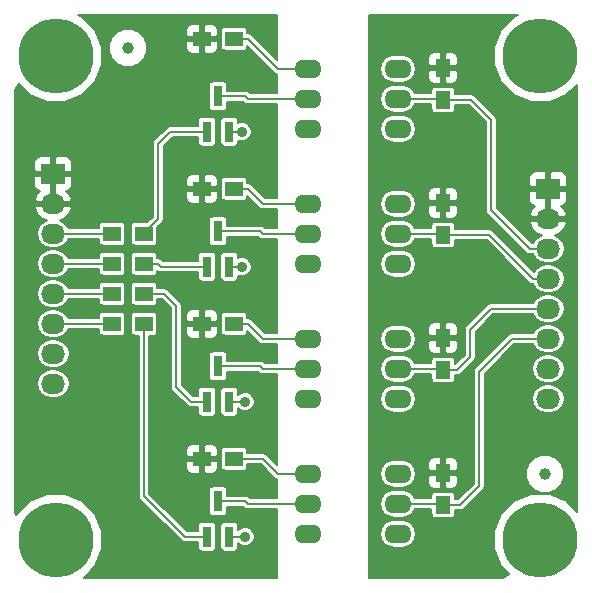
<source format=gtl>
G04 #@! TF.FileFunction,Copper,L1,Top,Signal*
%FSLAX46Y46*%
G04 Gerber Fmt 4.6, Leading zero omitted, Abs format (unit mm)*
G04 Created by KiCad (PCBNEW (after 2015-mar-04 BZR unknown)-product) date 6/12/2015 3:56:59 PM*
%MOMM*%
G01*
G04 APERTURE LIST*
%ADD10C,0.150000*%
%ADD11C,1.000000*%
%ADD12R,1.500000X1.300000*%
%ADD13R,1.300000X1.500000*%
%ADD14O,2.300000X1.600000*%
%ADD15R,0.800100X1.800860*%
%ADD16R,2.032000X1.727200*%
%ADD17O,2.032000X1.727200*%
%ADD18C,6.350000*%
%ADD19C,0.889000*%
%ADD20C,0.203200*%
G04 APERTURE END LIST*
D10*
D11*
X200406000Y-119380000D03*
X165100000Y-83312000D03*
D12*
X163750000Y-99060000D03*
X166450000Y-99060000D03*
X171370000Y-82550000D03*
X174070000Y-82550000D03*
D13*
X191770000Y-87710000D03*
X191770000Y-85010000D03*
D12*
X163750000Y-101600000D03*
X166450000Y-101600000D03*
X171370000Y-95250000D03*
X174070000Y-95250000D03*
D13*
X191770000Y-99140000D03*
X191770000Y-96440000D03*
D12*
X163750000Y-104140000D03*
X166450000Y-104140000D03*
X171370000Y-106680000D03*
X174070000Y-106680000D03*
D13*
X191770000Y-110570000D03*
X191770000Y-107870000D03*
D12*
X163750000Y-106680000D03*
X166450000Y-106680000D03*
X171370000Y-118110000D03*
X174070000Y-118110000D03*
D13*
X191770000Y-122000000D03*
X191770000Y-119300000D03*
D14*
X180340000Y-85090000D03*
X180340000Y-87630000D03*
X180340000Y-90170000D03*
X187960000Y-90170000D03*
X187960000Y-87630000D03*
X187960000Y-85090000D03*
X180340000Y-96520000D03*
X180340000Y-99060000D03*
X180340000Y-101600000D03*
X187960000Y-101600000D03*
X187960000Y-99060000D03*
X187960000Y-96520000D03*
X180340000Y-107950000D03*
X180340000Y-110490000D03*
X180340000Y-113030000D03*
X187960000Y-113030000D03*
X187960000Y-110490000D03*
X187960000Y-107950000D03*
X180340000Y-119380000D03*
X180340000Y-121920000D03*
X180340000Y-124460000D03*
X187960000Y-124460000D03*
X187960000Y-121920000D03*
X187960000Y-119380000D03*
D15*
X171770000Y-90401140D03*
X173670000Y-90401140D03*
X172720000Y-87398860D03*
X171770000Y-101831140D03*
X173670000Y-101831140D03*
X172720000Y-98828860D03*
X171770000Y-113261140D03*
X173670000Y-113261140D03*
X172720000Y-110258860D03*
X171770000Y-124691140D03*
X173670000Y-124691140D03*
X172720000Y-121688860D03*
D16*
X158750000Y-93980000D03*
D17*
X158750000Y-96520000D03*
X158750000Y-99060000D03*
X158750000Y-101600000D03*
X158750000Y-104140000D03*
X158750000Y-106680000D03*
X158750000Y-109220000D03*
X158750000Y-111760000D03*
D16*
X200660000Y-95250000D03*
D17*
X200660000Y-97790000D03*
X200660000Y-100330000D03*
X200660000Y-102870000D03*
X200660000Y-105410000D03*
X200660000Y-107950000D03*
X200660000Y-110490000D03*
X200660000Y-113030000D03*
D18*
X159000000Y-84000000D03*
X200000000Y-84000000D03*
X159000000Y-125000000D03*
X200000000Y-125000000D03*
D19*
X175006000Y-124714000D03*
X175006000Y-113284000D03*
X174752000Y-101854000D03*
X174752000Y-90424000D03*
D20*
X158750000Y-99060000D02*
X163750000Y-99060000D01*
X200660000Y-100330000D02*
X199136000Y-100330000D01*
X194136000Y-87710000D02*
X191770000Y-87710000D01*
X195834000Y-89408000D02*
X194136000Y-87710000D01*
X195834000Y-97028000D02*
X195834000Y-89408000D01*
X199136000Y-100330000D02*
X195834000Y-97028000D01*
X187960000Y-87630000D02*
X191690000Y-87630000D01*
X191690000Y-87630000D02*
X191770000Y-87710000D01*
X173670000Y-124691140D02*
X174983140Y-124691140D01*
X174983140Y-124691140D02*
X175006000Y-124714000D01*
X173670000Y-113261140D02*
X174983140Y-113261140D01*
X174983140Y-113261140D02*
X175006000Y-113284000D01*
X173670000Y-101831140D02*
X174729140Y-101831140D01*
X174729140Y-101831140D02*
X174752000Y-101854000D01*
X173670000Y-90401140D02*
X174729140Y-90401140D01*
X174729140Y-90401140D02*
X174752000Y-90424000D01*
X173670000Y-124691140D02*
X173758860Y-124691140D01*
X158750000Y-101600000D02*
X163750000Y-101600000D01*
X158750000Y-104140000D02*
X163750000Y-104140000D01*
X158750000Y-106680000D02*
X163750000Y-106680000D01*
X200660000Y-102870000D02*
X199390000Y-102870000D01*
X195660000Y-99140000D02*
X191770000Y-99140000D01*
X199390000Y-102870000D02*
X195660000Y-99140000D01*
X187960000Y-99060000D02*
X191690000Y-99060000D01*
X191690000Y-99060000D02*
X191770000Y-99140000D01*
X191770000Y-110570000D02*
X192960000Y-110570000D01*
X195834000Y-105410000D02*
X200660000Y-105410000D01*
X194056000Y-107188000D02*
X195834000Y-105410000D01*
X194056000Y-109474000D02*
X194056000Y-107188000D01*
X192960000Y-110570000D02*
X194056000Y-109474000D01*
X187960000Y-110490000D02*
X191690000Y-110490000D01*
X191690000Y-110490000D02*
X191770000Y-110570000D01*
X200660000Y-107950000D02*
X197612000Y-107950000D01*
X193214000Y-122000000D02*
X191770000Y-122000000D01*
X194818000Y-120396000D02*
X193214000Y-122000000D01*
X194818000Y-110744000D02*
X194818000Y-120396000D01*
X197612000Y-107950000D02*
X194818000Y-110744000D01*
X187960000Y-121920000D02*
X191690000Y-121920000D01*
X191690000Y-121920000D02*
X191770000Y-122000000D01*
X166450000Y-99060000D02*
X166370000Y-99060000D01*
X168678860Y-90401140D02*
X171770000Y-90401140D01*
X167640000Y-91440000D02*
X168678860Y-90401140D01*
X167640000Y-97790000D02*
X167640000Y-91440000D01*
X166370000Y-99060000D02*
X167640000Y-97790000D01*
X172720000Y-87398860D02*
X175028860Y-87398860D01*
X175260000Y-87630000D02*
X180340000Y-87630000D01*
X175028860Y-87398860D02*
X175260000Y-87630000D01*
X166450000Y-101600000D02*
X167640000Y-101600000D01*
X167871140Y-101831140D02*
X171770000Y-101831140D01*
X167640000Y-101600000D02*
X167871140Y-101831140D01*
X172720000Y-98828860D02*
X176298860Y-98828860D01*
X176530000Y-99060000D02*
X180340000Y-99060000D01*
X176298860Y-98828860D02*
X176530000Y-99060000D01*
X171770000Y-113261140D02*
X171770000Y-113096000D01*
X166370000Y-104140000D02*
X166450000Y-104140000D01*
X170411140Y-113261140D02*
X169164000Y-112014000D01*
X169164000Y-112014000D02*
X169164000Y-105156000D01*
X169164000Y-105156000D02*
X168148000Y-104140000D01*
X168148000Y-104140000D02*
X166450000Y-104140000D01*
X171770000Y-113261140D02*
X170411140Y-113261140D01*
X172720000Y-110258860D02*
X176298860Y-110258860D01*
X176530000Y-110490000D02*
X180340000Y-110490000D01*
X176298860Y-110258860D02*
X176530000Y-110490000D01*
X166878000Y-107108000D02*
X166450000Y-106680000D01*
X171770000Y-124691140D02*
X171681140Y-124691140D01*
X169903140Y-124691140D02*
X166450000Y-121238000D01*
X166450000Y-121238000D02*
X166450000Y-106680000D01*
X171770000Y-124691140D02*
X169903140Y-124691140D01*
X172720000Y-121688860D02*
X175028860Y-121688860D01*
X175260000Y-121920000D02*
X180340000Y-121920000D01*
X175028860Y-121688860D02*
X175260000Y-121920000D01*
X172720000Y-121688860D02*
X172488860Y-121688860D01*
X174070000Y-82550000D02*
X175260000Y-82550000D01*
X177800000Y-85090000D02*
X180340000Y-85090000D01*
X175260000Y-82550000D02*
X177800000Y-85090000D01*
X174070000Y-95250000D02*
X175260000Y-95250000D01*
X176530000Y-96520000D02*
X180340000Y-96520000D01*
X175260000Y-95250000D02*
X176530000Y-96520000D01*
X174070000Y-106680000D02*
X175260000Y-106680000D01*
X176530000Y-107950000D02*
X180340000Y-107950000D01*
X175260000Y-106680000D02*
X176530000Y-107950000D01*
X174070000Y-118110000D02*
X176530000Y-118110000D01*
X177800000Y-119380000D02*
X180340000Y-119380000D01*
X176530000Y-118110000D02*
X177800000Y-119380000D01*
G36*
X177698400Y-128168400D02*
X175806239Y-128168400D01*
X175806239Y-124555548D01*
X175684687Y-124261372D01*
X175459812Y-124036104D01*
X175165848Y-123914039D01*
X174847548Y-123913761D01*
X174553372Y-124035313D01*
X174432617Y-124155857D01*
X174432617Y-123790710D01*
X174406309Y-123655121D01*
X174328027Y-123535951D01*
X174209849Y-123456179D01*
X174070050Y-123428143D01*
X173269950Y-123428143D01*
X173134361Y-123454451D01*
X173015191Y-123532733D01*
X172935419Y-123650911D01*
X172907383Y-123790710D01*
X172907383Y-125591570D01*
X172933691Y-125727159D01*
X173011973Y-125846329D01*
X173130151Y-125926101D01*
X173269950Y-125954137D01*
X174070050Y-125954137D01*
X174205639Y-125927829D01*
X174324809Y-125849547D01*
X174404581Y-125731369D01*
X174432617Y-125591570D01*
X174432617Y-125272116D01*
X174552188Y-125391896D01*
X174846152Y-125513961D01*
X175164452Y-125514239D01*
X175458628Y-125392687D01*
X175683896Y-125167812D01*
X175805961Y-124873848D01*
X175806239Y-124555548D01*
X175806239Y-128168400D01*
X172532617Y-128168400D01*
X172532617Y-125591570D01*
X172532617Y-123790710D01*
X172506309Y-123655121D01*
X172428027Y-123535951D01*
X172309849Y-123456179D01*
X172170050Y-123428143D01*
X171369950Y-123428143D01*
X171234361Y-123454451D01*
X171217600Y-123465461D01*
X171217600Y-119217200D01*
X171217600Y-118262400D01*
X171217600Y-117957600D01*
X171217600Y-117002800D01*
X171065200Y-116850400D01*
X170498743Y-116850400D01*
X170274689Y-116943206D01*
X170103206Y-117114689D01*
X170010400Y-117338743D01*
X170010400Y-117581257D01*
X170010400Y-117805200D01*
X170162800Y-117957600D01*
X171217600Y-117957600D01*
X171217600Y-118262400D01*
X170162800Y-118262400D01*
X170010400Y-118414800D01*
X170010400Y-118638743D01*
X170010400Y-118881257D01*
X170103206Y-119105311D01*
X170274689Y-119276794D01*
X170498743Y-119369600D01*
X171065200Y-119369600D01*
X171217600Y-119217200D01*
X171217600Y-123465461D01*
X171115191Y-123532733D01*
X171035419Y-123650911D01*
X171007383Y-123790710D01*
X171007383Y-124233940D01*
X170092518Y-124233940D01*
X166907200Y-121048621D01*
X166907200Y-107692567D01*
X167200000Y-107692567D01*
X167335589Y-107666259D01*
X167454759Y-107587977D01*
X167534531Y-107469799D01*
X167562567Y-107330000D01*
X167562567Y-106030000D01*
X167536259Y-105894411D01*
X167457977Y-105775241D01*
X167339799Y-105695469D01*
X167200000Y-105667433D01*
X165700000Y-105667433D01*
X165564411Y-105693741D01*
X165445241Y-105772023D01*
X165365469Y-105890201D01*
X165337433Y-106030000D01*
X165337433Y-107330000D01*
X165363741Y-107465589D01*
X165442023Y-107584759D01*
X165560201Y-107664531D01*
X165700000Y-107692567D01*
X165992800Y-107692567D01*
X165992800Y-121238000D01*
X166027602Y-121412963D01*
X166126711Y-121561289D01*
X169579850Y-125014429D01*
X169579851Y-125014429D01*
X169728177Y-125113538D01*
X169903140Y-125148340D01*
X171007383Y-125148340D01*
X171007383Y-125591570D01*
X171033691Y-125727159D01*
X171111973Y-125846329D01*
X171230151Y-125926101D01*
X171369950Y-125954137D01*
X172170050Y-125954137D01*
X172305639Y-125927829D01*
X172424809Y-125849547D01*
X172504581Y-125731369D01*
X172532617Y-125591570D01*
X172532617Y-128168400D01*
X164862567Y-128168400D01*
X164862567Y-107330000D01*
X164862567Y-106030000D01*
X164862567Y-104790000D01*
X164862567Y-103490000D01*
X164862567Y-102250000D01*
X164862567Y-100950000D01*
X164862567Y-99710000D01*
X164862567Y-98410000D01*
X164836259Y-98274411D01*
X164757977Y-98155241D01*
X164639799Y-98075469D01*
X164500000Y-98047433D01*
X163000000Y-98047433D01*
X162864411Y-98073741D01*
X162745241Y-98152023D01*
X162665469Y-98270201D01*
X162637433Y-98410000D01*
X162637433Y-98602800D01*
X160375600Y-98602800D01*
X160375600Y-94964857D01*
X160375600Y-94722343D01*
X160375600Y-94284800D01*
X160375600Y-93675200D01*
X160375600Y-93237657D01*
X160375600Y-92995143D01*
X160282794Y-92771089D01*
X160111311Y-92599606D01*
X159887257Y-92506800D01*
X159054800Y-92506800D01*
X158902400Y-92659200D01*
X158902400Y-93827600D01*
X160223200Y-93827600D01*
X160375600Y-93675200D01*
X160375600Y-94284800D01*
X160223200Y-94132400D01*
X158902400Y-94132400D01*
X158902400Y-95199200D01*
X158902400Y-95300800D01*
X158902400Y-96367600D01*
X160214378Y-96367600D01*
X160325815Y-96140254D01*
X160094243Y-95654075D01*
X159876937Y-95453200D01*
X159887257Y-95453200D01*
X160111311Y-95360394D01*
X160282794Y-95188911D01*
X160375600Y-94964857D01*
X160375600Y-98602800D01*
X160057528Y-98602800D01*
X160055665Y-98593432D01*
X159791376Y-98197895D01*
X159395839Y-97933606D01*
X159297988Y-97914142D01*
X159672144Y-97776109D01*
X160094243Y-97385925D01*
X160325815Y-96899746D01*
X160214378Y-96672400D01*
X158902400Y-96672400D01*
X158902400Y-96692400D01*
X158597600Y-96692400D01*
X158597600Y-96672400D01*
X158597600Y-96367600D01*
X158597600Y-95300800D01*
X158597600Y-95199200D01*
X158597600Y-94132400D01*
X158597600Y-93827600D01*
X158597600Y-92659200D01*
X158445200Y-92506800D01*
X157612743Y-92506800D01*
X157388689Y-92599606D01*
X157217206Y-92771089D01*
X157124400Y-92995143D01*
X157124400Y-93237657D01*
X157124400Y-93675200D01*
X157276800Y-93827600D01*
X158597600Y-93827600D01*
X158597600Y-94132400D01*
X157276800Y-94132400D01*
X157124400Y-94284800D01*
X157124400Y-94722343D01*
X157124400Y-94964857D01*
X157217206Y-95188911D01*
X157388689Y-95360394D01*
X157612743Y-95453200D01*
X157623062Y-95453200D01*
X157405757Y-95654075D01*
X157174185Y-96140254D01*
X157285622Y-96367600D01*
X158597600Y-96367600D01*
X158597600Y-96672400D01*
X157285622Y-96672400D01*
X157174185Y-96899746D01*
X157405757Y-97385925D01*
X157827856Y-97776109D01*
X158202011Y-97914142D01*
X158104161Y-97933606D01*
X157708624Y-98197895D01*
X157444335Y-98593432D01*
X157351529Y-99060000D01*
X157444335Y-99526568D01*
X157708624Y-99922105D01*
X158104161Y-100186394D01*
X158570729Y-100279200D01*
X158929271Y-100279200D01*
X159395839Y-100186394D01*
X159791376Y-99922105D01*
X160055665Y-99526568D01*
X160057528Y-99517200D01*
X162637433Y-99517200D01*
X162637433Y-99710000D01*
X162663741Y-99845589D01*
X162742023Y-99964759D01*
X162860201Y-100044531D01*
X163000000Y-100072567D01*
X164500000Y-100072567D01*
X164635589Y-100046259D01*
X164754759Y-99967977D01*
X164834531Y-99849799D01*
X164862567Y-99710000D01*
X164862567Y-100950000D01*
X164836259Y-100814411D01*
X164757977Y-100695241D01*
X164639799Y-100615469D01*
X164500000Y-100587433D01*
X163000000Y-100587433D01*
X162864411Y-100613741D01*
X162745241Y-100692023D01*
X162665469Y-100810201D01*
X162637433Y-100950000D01*
X162637433Y-101142800D01*
X160057528Y-101142800D01*
X160055665Y-101133432D01*
X159791376Y-100737895D01*
X159395839Y-100473606D01*
X158929271Y-100380800D01*
X158570729Y-100380800D01*
X158104161Y-100473606D01*
X157708624Y-100737895D01*
X157444335Y-101133432D01*
X157351529Y-101600000D01*
X157444335Y-102066568D01*
X157708624Y-102462105D01*
X158104161Y-102726394D01*
X158570729Y-102819200D01*
X158929271Y-102819200D01*
X159395839Y-102726394D01*
X159791376Y-102462105D01*
X160055665Y-102066568D01*
X160057528Y-102057200D01*
X162637433Y-102057200D01*
X162637433Y-102250000D01*
X162663741Y-102385589D01*
X162742023Y-102504759D01*
X162860201Y-102584531D01*
X163000000Y-102612567D01*
X164500000Y-102612567D01*
X164635589Y-102586259D01*
X164754759Y-102507977D01*
X164834531Y-102389799D01*
X164862567Y-102250000D01*
X164862567Y-103490000D01*
X164836259Y-103354411D01*
X164757977Y-103235241D01*
X164639799Y-103155469D01*
X164500000Y-103127433D01*
X163000000Y-103127433D01*
X162864411Y-103153741D01*
X162745241Y-103232023D01*
X162665469Y-103350201D01*
X162637433Y-103490000D01*
X162637433Y-103682800D01*
X160057528Y-103682800D01*
X160055665Y-103673432D01*
X159791376Y-103277895D01*
X159395839Y-103013606D01*
X158929271Y-102920800D01*
X158570729Y-102920800D01*
X158104161Y-103013606D01*
X157708624Y-103277895D01*
X157444335Y-103673432D01*
X157351529Y-104140000D01*
X157444335Y-104606568D01*
X157708624Y-105002105D01*
X158104161Y-105266394D01*
X158570729Y-105359200D01*
X158929271Y-105359200D01*
X159395839Y-105266394D01*
X159791376Y-105002105D01*
X160055665Y-104606568D01*
X160057528Y-104597200D01*
X162637433Y-104597200D01*
X162637433Y-104790000D01*
X162663741Y-104925589D01*
X162742023Y-105044759D01*
X162860201Y-105124531D01*
X163000000Y-105152567D01*
X164500000Y-105152567D01*
X164635589Y-105126259D01*
X164754759Y-105047977D01*
X164834531Y-104929799D01*
X164862567Y-104790000D01*
X164862567Y-106030000D01*
X164836259Y-105894411D01*
X164757977Y-105775241D01*
X164639799Y-105695469D01*
X164500000Y-105667433D01*
X163000000Y-105667433D01*
X162864411Y-105693741D01*
X162745241Y-105772023D01*
X162665469Y-105890201D01*
X162637433Y-106030000D01*
X162637433Y-106222800D01*
X160057528Y-106222800D01*
X160055665Y-106213432D01*
X159791376Y-105817895D01*
X159395839Y-105553606D01*
X158929271Y-105460800D01*
X158570729Y-105460800D01*
X158104161Y-105553606D01*
X157708624Y-105817895D01*
X157444335Y-106213432D01*
X157351529Y-106680000D01*
X157444335Y-107146568D01*
X157708624Y-107542105D01*
X158104161Y-107806394D01*
X158570729Y-107899200D01*
X158929271Y-107899200D01*
X159395839Y-107806394D01*
X159791376Y-107542105D01*
X160055665Y-107146568D01*
X160057528Y-107137200D01*
X162637433Y-107137200D01*
X162637433Y-107330000D01*
X162663741Y-107465589D01*
X162742023Y-107584759D01*
X162860201Y-107664531D01*
X163000000Y-107692567D01*
X164500000Y-107692567D01*
X164635589Y-107666259D01*
X164754759Y-107587977D01*
X164834531Y-107469799D01*
X164862567Y-107330000D01*
X164862567Y-128168400D01*
X161362737Y-128168400D01*
X162314160Y-127218637D01*
X162910920Y-125781479D01*
X162912278Y-124225348D01*
X162318027Y-122787151D01*
X161218637Y-121685840D01*
X160148471Y-121241468D01*
X160148471Y-111760000D01*
X160148471Y-109220000D01*
X160055665Y-108753432D01*
X159791376Y-108357895D01*
X159395839Y-108093606D01*
X158929271Y-108000800D01*
X158570729Y-108000800D01*
X158104161Y-108093606D01*
X157708624Y-108357895D01*
X157444335Y-108753432D01*
X157351529Y-109220000D01*
X157444335Y-109686568D01*
X157708624Y-110082105D01*
X158104161Y-110346394D01*
X158570729Y-110439200D01*
X158929271Y-110439200D01*
X159395839Y-110346394D01*
X159791376Y-110082105D01*
X160055665Y-109686568D01*
X160148471Y-109220000D01*
X160148471Y-111760000D01*
X160055665Y-111293432D01*
X159791376Y-110897895D01*
X159395839Y-110633606D01*
X158929271Y-110540800D01*
X158570729Y-110540800D01*
X158104161Y-110633606D01*
X157708624Y-110897895D01*
X157444335Y-111293432D01*
X157351529Y-111760000D01*
X157444335Y-112226568D01*
X157708624Y-112622105D01*
X158104161Y-112886394D01*
X158570729Y-112979200D01*
X158929271Y-112979200D01*
X159395839Y-112886394D01*
X159791376Y-112622105D01*
X160055665Y-112226568D01*
X160148471Y-111760000D01*
X160148471Y-121241468D01*
X159781479Y-121089080D01*
X158225348Y-121087722D01*
X156787151Y-121681973D01*
X155685840Y-122781363D01*
X155640629Y-122890241D01*
X155546100Y-122732691D01*
X155546100Y-86904012D01*
X155876778Y-86407994D01*
X156781363Y-87314160D01*
X158218521Y-87910920D01*
X159774652Y-87912278D01*
X161212849Y-87318027D01*
X162314160Y-86218637D01*
X162910920Y-84781479D01*
X162912278Y-83225348D01*
X162318027Y-81787151D01*
X161218637Y-80685840D01*
X160882105Y-80546100D01*
X177698400Y-80546100D01*
X177698400Y-84341821D01*
X175583289Y-82226711D01*
X175434963Y-82127602D01*
X175260000Y-82092800D01*
X175182567Y-82092800D01*
X175182567Y-81900000D01*
X175156259Y-81764411D01*
X175077977Y-81645241D01*
X174959799Y-81565469D01*
X174820000Y-81537433D01*
X173320000Y-81537433D01*
X173184411Y-81563741D01*
X173065241Y-81642023D01*
X172985469Y-81760201D01*
X172957433Y-81900000D01*
X172957433Y-83200000D01*
X172983741Y-83335589D01*
X173062023Y-83454759D01*
X173180201Y-83534531D01*
X173320000Y-83562567D01*
X174820000Y-83562567D01*
X174955589Y-83536259D01*
X175074759Y-83457977D01*
X175154531Y-83339799D01*
X175182567Y-83200000D01*
X175182567Y-83119145D01*
X177476710Y-85413289D01*
X177476711Y-85413289D01*
X177625037Y-85512398D01*
X177698400Y-85526990D01*
X177698400Y-87172800D01*
X175449378Y-87172800D01*
X175352149Y-87075571D01*
X175203823Y-86976462D01*
X175028860Y-86941660D01*
X173482617Y-86941660D01*
X173482617Y-86498430D01*
X173456309Y-86362841D01*
X173378027Y-86243671D01*
X173259849Y-86163899D01*
X173120050Y-86135863D01*
X172729600Y-86135863D01*
X172729600Y-83321257D01*
X172729600Y-83078743D01*
X172729600Y-82854800D01*
X172729600Y-82245200D01*
X172729600Y-82021257D01*
X172729600Y-81778743D01*
X172636794Y-81554689D01*
X172465311Y-81383206D01*
X172241257Y-81290400D01*
X171674800Y-81290400D01*
X171522400Y-81442800D01*
X171522400Y-82397600D01*
X172577200Y-82397600D01*
X172729600Y-82245200D01*
X172729600Y-82854800D01*
X172577200Y-82702400D01*
X171522400Y-82702400D01*
X171522400Y-83657200D01*
X171674800Y-83809600D01*
X172241257Y-83809600D01*
X172465311Y-83716794D01*
X172636794Y-83545311D01*
X172729600Y-83321257D01*
X172729600Y-86135863D01*
X172319950Y-86135863D01*
X172184361Y-86162171D01*
X172065191Y-86240453D01*
X171985419Y-86358631D01*
X171957383Y-86498430D01*
X171957383Y-88299290D01*
X171983691Y-88434879D01*
X172061973Y-88554049D01*
X172180151Y-88633821D01*
X172319950Y-88661857D01*
X173120050Y-88661857D01*
X173255639Y-88635549D01*
X173374809Y-88557267D01*
X173454581Y-88439089D01*
X173482617Y-88299290D01*
X173482617Y-87856060D01*
X174839482Y-87856060D01*
X174936711Y-87953289D01*
X175085037Y-88052398D01*
X175260000Y-88087200D01*
X177698400Y-88087200D01*
X177698400Y-96062800D01*
X176719378Y-96062800D01*
X175583289Y-94926711D01*
X175552239Y-94905963D01*
X175552239Y-90265548D01*
X175430687Y-89971372D01*
X175205812Y-89746104D01*
X174911848Y-89624039D01*
X174593548Y-89623761D01*
X174432617Y-89690256D01*
X174432617Y-89500710D01*
X174406309Y-89365121D01*
X174328027Y-89245951D01*
X174209849Y-89166179D01*
X174070050Y-89138143D01*
X173269950Y-89138143D01*
X173134361Y-89164451D01*
X173015191Y-89242733D01*
X172935419Y-89360911D01*
X172907383Y-89500710D01*
X172907383Y-91301570D01*
X172933691Y-91437159D01*
X173011973Y-91556329D01*
X173130151Y-91636101D01*
X173269950Y-91664137D01*
X174070050Y-91664137D01*
X174205639Y-91637829D01*
X174324809Y-91559547D01*
X174404581Y-91441369D01*
X174432617Y-91301570D01*
X174432617Y-91157716D01*
X174592152Y-91223961D01*
X174910452Y-91224239D01*
X175204628Y-91102687D01*
X175429896Y-90877812D01*
X175551961Y-90583848D01*
X175552239Y-90265548D01*
X175552239Y-94905963D01*
X175434963Y-94827602D01*
X175260000Y-94792800D01*
X175182567Y-94792800D01*
X175182567Y-94600000D01*
X175156259Y-94464411D01*
X175077977Y-94345241D01*
X174959799Y-94265469D01*
X174820000Y-94237433D01*
X173320000Y-94237433D01*
X173184411Y-94263741D01*
X173065241Y-94342023D01*
X172985469Y-94460201D01*
X172957433Y-94600000D01*
X172957433Y-95900000D01*
X172983741Y-96035589D01*
X173062023Y-96154759D01*
X173180201Y-96234531D01*
X173320000Y-96262567D01*
X174820000Y-96262567D01*
X174955589Y-96236259D01*
X175074759Y-96157977D01*
X175154531Y-96039799D01*
X175182567Y-95900000D01*
X175182567Y-95819145D01*
X176206711Y-96843289D01*
X176355037Y-96942398D01*
X176530000Y-96977200D01*
X177698400Y-96977200D01*
X177698400Y-98602800D01*
X176719378Y-98602800D01*
X176622149Y-98505571D01*
X176473823Y-98406462D01*
X176298860Y-98371660D01*
X173482617Y-98371660D01*
X173482617Y-97928430D01*
X173456309Y-97792841D01*
X173378027Y-97673671D01*
X173259849Y-97593899D01*
X173120050Y-97565863D01*
X172729600Y-97565863D01*
X172729600Y-96021257D01*
X172729600Y-95778743D01*
X172729600Y-95554800D01*
X172729600Y-94945200D01*
X172729600Y-94721257D01*
X172729600Y-94478743D01*
X172636794Y-94254689D01*
X172532617Y-94150512D01*
X172532617Y-91301570D01*
X172532617Y-89500710D01*
X172506309Y-89365121D01*
X172428027Y-89245951D01*
X172309849Y-89166179D01*
X172170050Y-89138143D01*
X171369950Y-89138143D01*
X171234361Y-89164451D01*
X171217600Y-89175461D01*
X171217600Y-83657200D01*
X171217600Y-82702400D01*
X171217600Y-82397600D01*
X171217600Y-81442800D01*
X171065200Y-81290400D01*
X170498743Y-81290400D01*
X170274689Y-81383206D01*
X170103206Y-81554689D01*
X170010400Y-81778743D01*
X170010400Y-82021257D01*
X170010400Y-82245200D01*
X170162800Y-82397600D01*
X171217600Y-82397600D01*
X171217600Y-82702400D01*
X170162800Y-82702400D01*
X170010400Y-82854800D01*
X170010400Y-83078743D01*
X170010400Y-83321257D01*
X170103206Y-83545311D01*
X170274689Y-83716794D01*
X170498743Y-83809600D01*
X171065200Y-83809600D01*
X171217600Y-83657200D01*
X171217600Y-89175461D01*
X171115191Y-89242733D01*
X171035419Y-89360911D01*
X171007383Y-89500710D01*
X171007383Y-89943940D01*
X168678860Y-89943940D01*
X168503897Y-89978742D01*
X168355571Y-90077851D01*
X167316711Y-91116711D01*
X167217602Y-91265037D01*
X167182800Y-91440000D01*
X167182800Y-97600622D01*
X166735989Y-98047433D01*
X166701877Y-98047433D01*
X166701877Y-82994820D01*
X166458562Y-82405952D01*
X166008418Y-81955021D01*
X165419976Y-81710679D01*
X164782820Y-81710123D01*
X164193952Y-81953438D01*
X163743021Y-82403582D01*
X163498679Y-82992024D01*
X163498123Y-83629180D01*
X163741438Y-84218048D01*
X164191582Y-84668979D01*
X164780024Y-84913321D01*
X165417180Y-84913877D01*
X166006048Y-84670562D01*
X166456979Y-84220418D01*
X166701321Y-83631976D01*
X166701877Y-82994820D01*
X166701877Y-98047433D01*
X165700000Y-98047433D01*
X165564411Y-98073741D01*
X165445241Y-98152023D01*
X165365469Y-98270201D01*
X165337433Y-98410000D01*
X165337433Y-99710000D01*
X165363741Y-99845589D01*
X165442023Y-99964759D01*
X165560201Y-100044531D01*
X165700000Y-100072567D01*
X167200000Y-100072567D01*
X167335589Y-100046259D01*
X167454759Y-99967977D01*
X167534531Y-99849799D01*
X167562567Y-99710000D01*
X167562567Y-98514011D01*
X167963289Y-98113289D01*
X168062398Y-97964963D01*
X168097200Y-97790000D01*
X168097200Y-91629378D01*
X168868238Y-90858340D01*
X171007383Y-90858340D01*
X171007383Y-91301570D01*
X171033691Y-91437159D01*
X171111973Y-91556329D01*
X171230151Y-91636101D01*
X171369950Y-91664137D01*
X172170050Y-91664137D01*
X172305639Y-91637829D01*
X172424809Y-91559547D01*
X172504581Y-91441369D01*
X172532617Y-91301570D01*
X172532617Y-94150512D01*
X172465311Y-94083206D01*
X172241257Y-93990400D01*
X171674800Y-93990400D01*
X171522400Y-94142800D01*
X171522400Y-95097600D01*
X172577200Y-95097600D01*
X172729600Y-94945200D01*
X172729600Y-95554800D01*
X172577200Y-95402400D01*
X171522400Y-95402400D01*
X171522400Y-96357200D01*
X171674800Y-96509600D01*
X172241257Y-96509600D01*
X172465311Y-96416794D01*
X172636794Y-96245311D01*
X172729600Y-96021257D01*
X172729600Y-97565863D01*
X172319950Y-97565863D01*
X172184361Y-97592171D01*
X172065191Y-97670453D01*
X171985419Y-97788631D01*
X171957383Y-97928430D01*
X171957383Y-99729290D01*
X171983691Y-99864879D01*
X172061973Y-99984049D01*
X172180151Y-100063821D01*
X172319950Y-100091857D01*
X173120050Y-100091857D01*
X173255639Y-100065549D01*
X173374809Y-99987267D01*
X173454581Y-99869089D01*
X173482617Y-99729290D01*
X173482617Y-99286060D01*
X176109482Y-99286060D01*
X176206711Y-99383289D01*
X176355037Y-99482398D01*
X176530000Y-99517200D01*
X177698400Y-99517200D01*
X177698400Y-107492800D01*
X176719378Y-107492800D01*
X175583289Y-106356711D01*
X175552239Y-106335963D01*
X175552239Y-101695548D01*
X175430687Y-101401372D01*
X175205812Y-101176104D01*
X174911848Y-101054039D01*
X174593548Y-101053761D01*
X174432617Y-101120256D01*
X174432617Y-100930710D01*
X174406309Y-100795121D01*
X174328027Y-100675951D01*
X174209849Y-100596179D01*
X174070050Y-100568143D01*
X173269950Y-100568143D01*
X173134361Y-100594451D01*
X173015191Y-100672733D01*
X172935419Y-100790911D01*
X172907383Y-100930710D01*
X172907383Y-102731570D01*
X172933691Y-102867159D01*
X173011973Y-102986329D01*
X173130151Y-103066101D01*
X173269950Y-103094137D01*
X174070050Y-103094137D01*
X174205639Y-103067829D01*
X174324809Y-102989547D01*
X174404581Y-102871369D01*
X174432617Y-102731570D01*
X174432617Y-102587716D01*
X174592152Y-102653961D01*
X174910452Y-102654239D01*
X175204628Y-102532687D01*
X175429896Y-102307812D01*
X175551961Y-102013848D01*
X175552239Y-101695548D01*
X175552239Y-106335963D01*
X175434963Y-106257602D01*
X175260000Y-106222800D01*
X175182567Y-106222800D01*
X175182567Y-106030000D01*
X175156259Y-105894411D01*
X175077977Y-105775241D01*
X174959799Y-105695469D01*
X174820000Y-105667433D01*
X173320000Y-105667433D01*
X173184411Y-105693741D01*
X173065241Y-105772023D01*
X172985469Y-105890201D01*
X172957433Y-106030000D01*
X172957433Y-107330000D01*
X172983741Y-107465589D01*
X173062023Y-107584759D01*
X173180201Y-107664531D01*
X173320000Y-107692567D01*
X174820000Y-107692567D01*
X174955589Y-107666259D01*
X175074759Y-107587977D01*
X175154531Y-107469799D01*
X175182567Y-107330000D01*
X175182567Y-107249145D01*
X176206711Y-108273289D01*
X176355037Y-108372398D01*
X176530000Y-108407200D01*
X177698400Y-108407200D01*
X177698400Y-110032800D01*
X176719378Y-110032800D01*
X176622149Y-109935571D01*
X176473823Y-109836462D01*
X176298860Y-109801660D01*
X173482617Y-109801660D01*
X173482617Y-109358430D01*
X173456309Y-109222841D01*
X173378027Y-109103671D01*
X173259849Y-109023899D01*
X173120050Y-108995863D01*
X172729600Y-108995863D01*
X172729600Y-107451257D01*
X172729600Y-107208743D01*
X172729600Y-106984800D01*
X172729600Y-106375200D01*
X172729600Y-106151257D01*
X172729600Y-105908743D01*
X172636794Y-105684689D01*
X172532617Y-105580512D01*
X172532617Y-102731570D01*
X172532617Y-100930710D01*
X172506309Y-100795121D01*
X172428027Y-100675951D01*
X172309849Y-100596179D01*
X172170050Y-100568143D01*
X171369950Y-100568143D01*
X171234361Y-100594451D01*
X171217600Y-100605461D01*
X171217600Y-96357200D01*
X171217600Y-95402400D01*
X171217600Y-95097600D01*
X171217600Y-94142800D01*
X171065200Y-93990400D01*
X170498743Y-93990400D01*
X170274689Y-94083206D01*
X170103206Y-94254689D01*
X170010400Y-94478743D01*
X170010400Y-94721257D01*
X170010400Y-94945200D01*
X170162800Y-95097600D01*
X171217600Y-95097600D01*
X171217600Y-95402400D01*
X170162800Y-95402400D01*
X170010400Y-95554800D01*
X170010400Y-95778743D01*
X170010400Y-96021257D01*
X170103206Y-96245311D01*
X170274689Y-96416794D01*
X170498743Y-96509600D01*
X171065200Y-96509600D01*
X171217600Y-96357200D01*
X171217600Y-100605461D01*
X171115191Y-100672733D01*
X171035419Y-100790911D01*
X171007383Y-100930710D01*
X171007383Y-101373940D01*
X168060518Y-101373940D01*
X167963289Y-101276711D01*
X167814963Y-101177602D01*
X167640000Y-101142800D01*
X167562567Y-101142800D01*
X167562567Y-100950000D01*
X167536259Y-100814411D01*
X167457977Y-100695241D01*
X167339799Y-100615469D01*
X167200000Y-100587433D01*
X165700000Y-100587433D01*
X165564411Y-100613741D01*
X165445241Y-100692023D01*
X165365469Y-100810201D01*
X165337433Y-100950000D01*
X165337433Y-102250000D01*
X165363741Y-102385589D01*
X165442023Y-102504759D01*
X165560201Y-102584531D01*
X165700000Y-102612567D01*
X167200000Y-102612567D01*
X167335589Y-102586259D01*
X167454759Y-102507977D01*
X167534531Y-102389799D01*
X167562567Y-102250000D01*
X167562567Y-102164261D01*
X167696177Y-102253538D01*
X167871140Y-102288340D01*
X171007383Y-102288340D01*
X171007383Y-102731570D01*
X171033691Y-102867159D01*
X171111973Y-102986329D01*
X171230151Y-103066101D01*
X171369950Y-103094137D01*
X172170050Y-103094137D01*
X172305639Y-103067829D01*
X172424809Y-102989547D01*
X172504581Y-102871369D01*
X172532617Y-102731570D01*
X172532617Y-105580512D01*
X172465311Y-105513206D01*
X172241257Y-105420400D01*
X171674800Y-105420400D01*
X171522400Y-105572800D01*
X171522400Y-106527600D01*
X172577200Y-106527600D01*
X172729600Y-106375200D01*
X172729600Y-106984800D01*
X172577200Y-106832400D01*
X171522400Y-106832400D01*
X171522400Y-107787200D01*
X171674800Y-107939600D01*
X172241257Y-107939600D01*
X172465311Y-107846794D01*
X172636794Y-107675311D01*
X172729600Y-107451257D01*
X172729600Y-108995863D01*
X172319950Y-108995863D01*
X172184361Y-109022171D01*
X172065191Y-109100453D01*
X171985419Y-109218631D01*
X171957383Y-109358430D01*
X171957383Y-111159290D01*
X171983691Y-111294879D01*
X172061973Y-111414049D01*
X172180151Y-111493821D01*
X172319950Y-111521857D01*
X173120050Y-111521857D01*
X173255639Y-111495549D01*
X173374809Y-111417267D01*
X173454581Y-111299089D01*
X173482617Y-111159290D01*
X173482617Y-110716060D01*
X176109482Y-110716060D01*
X176206711Y-110813289D01*
X176355037Y-110912398D01*
X176530000Y-110947200D01*
X177698400Y-110947200D01*
X177698400Y-118631822D01*
X176853289Y-117786711D01*
X176704963Y-117687602D01*
X176530000Y-117652800D01*
X175806239Y-117652800D01*
X175806239Y-113125548D01*
X175684687Y-112831372D01*
X175459812Y-112606104D01*
X175165848Y-112484039D01*
X174847548Y-112483761D01*
X174553372Y-112605313D01*
X174432617Y-112725857D01*
X174432617Y-112360710D01*
X174406309Y-112225121D01*
X174328027Y-112105951D01*
X174209849Y-112026179D01*
X174070050Y-111998143D01*
X173269950Y-111998143D01*
X173134361Y-112024451D01*
X173015191Y-112102733D01*
X172935419Y-112220911D01*
X172907383Y-112360710D01*
X172907383Y-114161570D01*
X172933691Y-114297159D01*
X173011973Y-114416329D01*
X173130151Y-114496101D01*
X173269950Y-114524137D01*
X174070050Y-114524137D01*
X174205639Y-114497829D01*
X174324809Y-114419547D01*
X174404581Y-114301369D01*
X174432617Y-114161570D01*
X174432617Y-113842116D01*
X174552188Y-113961896D01*
X174846152Y-114083961D01*
X175164452Y-114084239D01*
X175458628Y-113962687D01*
X175683896Y-113737812D01*
X175805961Y-113443848D01*
X175806239Y-113125548D01*
X175806239Y-117652800D01*
X175182567Y-117652800D01*
X175182567Y-117460000D01*
X175156259Y-117324411D01*
X175077977Y-117205241D01*
X174959799Y-117125469D01*
X174820000Y-117097433D01*
X173320000Y-117097433D01*
X173184411Y-117123741D01*
X173065241Y-117202023D01*
X172985469Y-117320201D01*
X172957433Y-117460000D01*
X172957433Y-118760000D01*
X172983741Y-118895589D01*
X173062023Y-119014759D01*
X173180201Y-119094531D01*
X173320000Y-119122567D01*
X174820000Y-119122567D01*
X174955589Y-119096259D01*
X175074759Y-119017977D01*
X175154531Y-118899799D01*
X175182567Y-118760000D01*
X175182567Y-118567200D01*
X176340622Y-118567200D01*
X177476711Y-119703289D01*
X177625037Y-119802398D01*
X177698400Y-119816990D01*
X177698400Y-121462800D01*
X175449378Y-121462800D01*
X175352149Y-121365571D01*
X175203823Y-121266462D01*
X175028860Y-121231660D01*
X173482617Y-121231660D01*
X173482617Y-120788430D01*
X173456309Y-120652841D01*
X173378027Y-120533671D01*
X173259849Y-120453899D01*
X173120050Y-120425863D01*
X172729600Y-120425863D01*
X172729600Y-118881257D01*
X172729600Y-118638743D01*
X172729600Y-118414800D01*
X172729600Y-117805200D01*
X172729600Y-117581257D01*
X172729600Y-117338743D01*
X172636794Y-117114689D01*
X172532617Y-117010512D01*
X172532617Y-114161570D01*
X172532617Y-112360710D01*
X172506309Y-112225121D01*
X172428027Y-112105951D01*
X172309849Y-112026179D01*
X172170050Y-111998143D01*
X171369950Y-111998143D01*
X171234361Y-112024451D01*
X171217600Y-112035461D01*
X171217600Y-107787200D01*
X171217600Y-106832400D01*
X171217600Y-106527600D01*
X171217600Y-105572800D01*
X171065200Y-105420400D01*
X170498743Y-105420400D01*
X170274689Y-105513206D01*
X170103206Y-105684689D01*
X170010400Y-105908743D01*
X170010400Y-106151257D01*
X170010400Y-106375200D01*
X170162800Y-106527600D01*
X171217600Y-106527600D01*
X171217600Y-106832400D01*
X170162800Y-106832400D01*
X170010400Y-106984800D01*
X170010400Y-107208743D01*
X170010400Y-107451257D01*
X170103206Y-107675311D01*
X170274689Y-107846794D01*
X170498743Y-107939600D01*
X171065200Y-107939600D01*
X171217600Y-107787200D01*
X171217600Y-112035461D01*
X171115191Y-112102733D01*
X171035419Y-112220911D01*
X171007383Y-112360710D01*
X171007383Y-112803940D01*
X170600518Y-112803940D01*
X169621200Y-111824622D01*
X169621200Y-105156000D01*
X169586398Y-104981037D01*
X169487289Y-104832711D01*
X168471289Y-103816711D01*
X168322963Y-103717602D01*
X168148000Y-103682800D01*
X167562567Y-103682800D01*
X167562567Y-103490000D01*
X167536259Y-103354411D01*
X167457977Y-103235241D01*
X167339799Y-103155469D01*
X167200000Y-103127433D01*
X165700000Y-103127433D01*
X165564411Y-103153741D01*
X165445241Y-103232023D01*
X165365469Y-103350201D01*
X165337433Y-103490000D01*
X165337433Y-104790000D01*
X165363741Y-104925589D01*
X165442023Y-105044759D01*
X165560201Y-105124531D01*
X165700000Y-105152567D01*
X167200000Y-105152567D01*
X167335589Y-105126259D01*
X167454759Y-105047977D01*
X167534531Y-104929799D01*
X167562567Y-104790000D01*
X167562567Y-104597200D01*
X167958622Y-104597200D01*
X168706800Y-105345378D01*
X168706800Y-112014000D01*
X168741602Y-112188963D01*
X168840711Y-112337289D01*
X170087851Y-113584429D01*
X170236177Y-113683538D01*
X170411140Y-113718340D01*
X171007383Y-113718340D01*
X171007383Y-114161570D01*
X171033691Y-114297159D01*
X171111973Y-114416329D01*
X171230151Y-114496101D01*
X171369950Y-114524137D01*
X172170050Y-114524137D01*
X172305639Y-114497829D01*
X172424809Y-114419547D01*
X172504581Y-114301369D01*
X172532617Y-114161570D01*
X172532617Y-117010512D01*
X172465311Y-116943206D01*
X172241257Y-116850400D01*
X171674800Y-116850400D01*
X171522400Y-117002800D01*
X171522400Y-117957600D01*
X172577200Y-117957600D01*
X172729600Y-117805200D01*
X172729600Y-118414800D01*
X172577200Y-118262400D01*
X171522400Y-118262400D01*
X171522400Y-119217200D01*
X171674800Y-119369600D01*
X172241257Y-119369600D01*
X172465311Y-119276794D01*
X172636794Y-119105311D01*
X172729600Y-118881257D01*
X172729600Y-120425863D01*
X172319950Y-120425863D01*
X172184361Y-120452171D01*
X172065191Y-120530453D01*
X171985419Y-120648631D01*
X171957383Y-120788430D01*
X171957383Y-122589290D01*
X171983691Y-122724879D01*
X172061973Y-122844049D01*
X172180151Y-122923821D01*
X172319950Y-122951857D01*
X173120050Y-122951857D01*
X173255639Y-122925549D01*
X173374809Y-122847267D01*
X173454581Y-122729089D01*
X173482617Y-122589290D01*
X173482617Y-122146060D01*
X174839482Y-122146060D01*
X174936711Y-122243289D01*
X175085037Y-122342398D01*
X175260000Y-122377200D01*
X177698400Y-122377200D01*
X177698400Y-128168400D01*
X177698400Y-128168400D01*
G37*
X177698400Y-128168400D02*
X175806239Y-128168400D01*
X175806239Y-124555548D01*
X175684687Y-124261372D01*
X175459812Y-124036104D01*
X175165848Y-123914039D01*
X174847548Y-123913761D01*
X174553372Y-124035313D01*
X174432617Y-124155857D01*
X174432617Y-123790710D01*
X174406309Y-123655121D01*
X174328027Y-123535951D01*
X174209849Y-123456179D01*
X174070050Y-123428143D01*
X173269950Y-123428143D01*
X173134361Y-123454451D01*
X173015191Y-123532733D01*
X172935419Y-123650911D01*
X172907383Y-123790710D01*
X172907383Y-125591570D01*
X172933691Y-125727159D01*
X173011973Y-125846329D01*
X173130151Y-125926101D01*
X173269950Y-125954137D01*
X174070050Y-125954137D01*
X174205639Y-125927829D01*
X174324809Y-125849547D01*
X174404581Y-125731369D01*
X174432617Y-125591570D01*
X174432617Y-125272116D01*
X174552188Y-125391896D01*
X174846152Y-125513961D01*
X175164452Y-125514239D01*
X175458628Y-125392687D01*
X175683896Y-125167812D01*
X175805961Y-124873848D01*
X175806239Y-124555548D01*
X175806239Y-128168400D01*
X172532617Y-128168400D01*
X172532617Y-125591570D01*
X172532617Y-123790710D01*
X172506309Y-123655121D01*
X172428027Y-123535951D01*
X172309849Y-123456179D01*
X172170050Y-123428143D01*
X171369950Y-123428143D01*
X171234361Y-123454451D01*
X171217600Y-123465461D01*
X171217600Y-119217200D01*
X171217600Y-118262400D01*
X171217600Y-117957600D01*
X171217600Y-117002800D01*
X171065200Y-116850400D01*
X170498743Y-116850400D01*
X170274689Y-116943206D01*
X170103206Y-117114689D01*
X170010400Y-117338743D01*
X170010400Y-117581257D01*
X170010400Y-117805200D01*
X170162800Y-117957600D01*
X171217600Y-117957600D01*
X171217600Y-118262400D01*
X170162800Y-118262400D01*
X170010400Y-118414800D01*
X170010400Y-118638743D01*
X170010400Y-118881257D01*
X170103206Y-119105311D01*
X170274689Y-119276794D01*
X170498743Y-119369600D01*
X171065200Y-119369600D01*
X171217600Y-119217200D01*
X171217600Y-123465461D01*
X171115191Y-123532733D01*
X171035419Y-123650911D01*
X171007383Y-123790710D01*
X171007383Y-124233940D01*
X170092518Y-124233940D01*
X166907200Y-121048621D01*
X166907200Y-107692567D01*
X167200000Y-107692567D01*
X167335589Y-107666259D01*
X167454759Y-107587977D01*
X167534531Y-107469799D01*
X167562567Y-107330000D01*
X167562567Y-106030000D01*
X167536259Y-105894411D01*
X167457977Y-105775241D01*
X167339799Y-105695469D01*
X167200000Y-105667433D01*
X165700000Y-105667433D01*
X165564411Y-105693741D01*
X165445241Y-105772023D01*
X165365469Y-105890201D01*
X165337433Y-106030000D01*
X165337433Y-107330000D01*
X165363741Y-107465589D01*
X165442023Y-107584759D01*
X165560201Y-107664531D01*
X165700000Y-107692567D01*
X165992800Y-107692567D01*
X165992800Y-121238000D01*
X166027602Y-121412963D01*
X166126711Y-121561289D01*
X169579850Y-125014429D01*
X169579851Y-125014429D01*
X169728177Y-125113538D01*
X169903140Y-125148340D01*
X171007383Y-125148340D01*
X171007383Y-125591570D01*
X171033691Y-125727159D01*
X171111973Y-125846329D01*
X171230151Y-125926101D01*
X171369950Y-125954137D01*
X172170050Y-125954137D01*
X172305639Y-125927829D01*
X172424809Y-125849547D01*
X172504581Y-125731369D01*
X172532617Y-125591570D01*
X172532617Y-128168400D01*
X164862567Y-128168400D01*
X164862567Y-107330000D01*
X164862567Y-106030000D01*
X164862567Y-104790000D01*
X164862567Y-103490000D01*
X164862567Y-102250000D01*
X164862567Y-100950000D01*
X164862567Y-99710000D01*
X164862567Y-98410000D01*
X164836259Y-98274411D01*
X164757977Y-98155241D01*
X164639799Y-98075469D01*
X164500000Y-98047433D01*
X163000000Y-98047433D01*
X162864411Y-98073741D01*
X162745241Y-98152023D01*
X162665469Y-98270201D01*
X162637433Y-98410000D01*
X162637433Y-98602800D01*
X160375600Y-98602800D01*
X160375600Y-94964857D01*
X160375600Y-94722343D01*
X160375600Y-94284800D01*
X160375600Y-93675200D01*
X160375600Y-93237657D01*
X160375600Y-92995143D01*
X160282794Y-92771089D01*
X160111311Y-92599606D01*
X159887257Y-92506800D01*
X159054800Y-92506800D01*
X158902400Y-92659200D01*
X158902400Y-93827600D01*
X160223200Y-93827600D01*
X160375600Y-93675200D01*
X160375600Y-94284800D01*
X160223200Y-94132400D01*
X158902400Y-94132400D01*
X158902400Y-95199200D01*
X158902400Y-95300800D01*
X158902400Y-96367600D01*
X160214378Y-96367600D01*
X160325815Y-96140254D01*
X160094243Y-95654075D01*
X159876937Y-95453200D01*
X159887257Y-95453200D01*
X160111311Y-95360394D01*
X160282794Y-95188911D01*
X160375600Y-94964857D01*
X160375600Y-98602800D01*
X160057528Y-98602800D01*
X160055665Y-98593432D01*
X159791376Y-98197895D01*
X159395839Y-97933606D01*
X159297988Y-97914142D01*
X159672144Y-97776109D01*
X160094243Y-97385925D01*
X160325815Y-96899746D01*
X160214378Y-96672400D01*
X158902400Y-96672400D01*
X158902400Y-96692400D01*
X158597600Y-96692400D01*
X158597600Y-96672400D01*
X158597600Y-96367600D01*
X158597600Y-95300800D01*
X158597600Y-95199200D01*
X158597600Y-94132400D01*
X158597600Y-93827600D01*
X158597600Y-92659200D01*
X158445200Y-92506800D01*
X157612743Y-92506800D01*
X157388689Y-92599606D01*
X157217206Y-92771089D01*
X157124400Y-92995143D01*
X157124400Y-93237657D01*
X157124400Y-93675200D01*
X157276800Y-93827600D01*
X158597600Y-93827600D01*
X158597600Y-94132400D01*
X157276800Y-94132400D01*
X157124400Y-94284800D01*
X157124400Y-94722343D01*
X157124400Y-94964857D01*
X157217206Y-95188911D01*
X157388689Y-95360394D01*
X157612743Y-95453200D01*
X157623062Y-95453200D01*
X157405757Y-95654075D01*
X157174185Y-96140254D01*
X157285622Y-96367600D01*
X158597600Y-96367600D01*
X158597600Y-96672400D01*
X157285622Y-96672400D01*
X157174185Y-96899746D01*
X157405757Y-97385925D01*
X157827856Y-97776109D01*
X158202011Y-97914142D01*
X158104161Y-97933606D01*
X157708624Y-98197895D01*
X157444335Y-98593432D01*
X157351529Y-99060000D01*
X157444335Y-99526568D01*
X157708624Y-99922105D01*
X158104161Y-100186394D01*
X158570729Y-100279200D01*
X158929271Y-100279200D01*
X159395839Y-100186394D01*
X159791376Y-99922105D01*
X160055665Y-99526568D01*
X160057528Y-99517200D01*
X162637433Y-99517200D01*
X162637433Y-99710000D01*
X162663741Y-99845589D01*
X162742023Y-99964759D01*
X162860201Y-100044531D01*
X163000000Y-100072567D01*
X164500000Y-100072567D01*
X164635589Y-100046259D01*
X164754759Y-99967977D01*
X164834531Y-99849799D01*
X164862567Y-99710000D01*
X164862567Y-100950000D01*
X164836259Y-100814411D01*
X164757977Y-100695241D01*
X164639799Y-100615469D01*
X164500000Y-100587433D01*
X163000000Y-100587433D01*
X162864411Y-100613741D01*
X162745241Y-100692023D01*
X162665469Y-100810201D01*
X162637433Y-100950000D01*
X162637433Y-101142800D01*
X160057528Y-101142800D01*
X160055665Y-101133432D01*
X159791376Y-100737895D01*
X159395839Y-100473606D01*
X158929271Y-100380800D01*
X158570729Y-100380800D01*
X158104161Y-100473606D01*
X157708624Y-100737895D01*
X157444335Y-101133432D01*
X157351529Y-101600000D01*
X157444335Y-102066568D01*
X157708624Y-102462105D01*
X158104161Y-102726394D01*
X158570729Y-102819200D01*
X158929271Y-102819200D01*
X159395839Y-102726394D01*
X159791376Y-102462105D01*
X160055665Y-102066568D01*
X160057528Y-102057200D01*
X162637433Y-102057200D01*
X162637433Y-102250000D01*
X162663741Y-102385589D01*
X162742023Y-102504759D01*
X162860201Y-102584531D01*
X163000000Y-102612567D01*
X164500000Y-102612567D01*
X164635589Y-102586259D01*
X164754759Y-102507977D01*
X164834531Y-102389799D01*
X164862567Y-102250000D01*
X164862567Y-103490000D01*
X164836259Y-103354411D01*
X164757977Y-103235241D01*
X164639799Y-103155469D01*
X164500000Y-103127433D01*
X163000000Y-103127433D01*
X162864411Y-103153741D01*
X162745241Y-103232023D01*
X162665469Y-103350201D01*
X162637433Y-103490000D01*
X162637433Y-103682800D01*
X160057528Y-103682800D01*
X160055665Y-103673432D01*
X159791376Y-103277895D01*
X159395839Y-103013606D01*
X158929271Y-102920800D01*
X158570729Y-102920800D01*
X158104161Y-103013606D01*
X157708624Y-103277895D01*
X157444335Y-103673432D01*
X157351529Y-104140000D01*
X157444335Y-104606568D01*
X157708624Y-105002105D01*
X158104161Y-105266394D01*
X158570729Y-105359200D01*
X158929271Y-105359200D01*
X159395839Y-105266394D01*
X159791376Y-105002105D01*
X160055665Y-104606568D01*
X160057528Y-104597200D01*
X162637433Y-104597200D01*
X162637433Y-104790000D01*
X162663741Y-104925589D01*
X162742023Y-105044759D01*
X162860201Y-105124531D01*
X163000000Y-105152567D01*
X164500000Y-105152567D01*
X164635589Y-105126259D01*
X164754759Y-105047977D01*
X164834531Y-104929799D01*
X164862567Y-104790000D01*
X164862567Y-106030000D01*
X164836259Y-105894411D01*
X164757977Y-105775241D01*
X164639799Y-105695469D01*
X164500000Y-105667433D01*
X163000000Y-105667433D01*
X162864411Y-105693741D01*
X162745241Y-105772023D01*
X162665469Y-105890201D01*
X162637433Y-106030000D01*
X162637433Y-106222800D01*
X160057528Y-106222800D01*
X160055665Y-106213432D01*
X159791376Y-105817895D01*
X159395839Y-105553606D01*
X158929271Y-105460800D01*
X158570729Y-105460800D01*
X158104161Y-105553606D01*
X157708624Y-105817895D01*
X157444335Y-106213432D01*
X157351529Y-106680000D01*
X157444335Y-107146568D01*
X157708624Y-107542105D01*
X158104161Y-107806394D01*
X158570729Y-107899200D01*
X158929271Y-107899200D01*
X159395839Y-107806394D01*
X159791376Y-107542105D01*
X160055665Y-107146568D01*
X160057528Y-107137200D01*
X162637433Y-107137200D01*
X162637433Y-107330000D01*
X162663741Y-107465589D01*
X162742023Y-107584759D01*
X162860201Y-107664531D01*
X163000000Y-107692567D01*
X164500000Y-107692567D01*
X164635589Y-107666259D01*
X164754759Y-107587977D01*
X164834531Y-107469799D01*
X164862567Y-107330000D01*
X164862567Y-128168400D01*
X161362737Y-128168400D01*
X162314160Y-127218637D01*
X162910920Y-125781479D01*
X162912278Y-124225348D01*
X162318027Y-122787151D01*
X161218637Y-121685840D01*
X160148471Y-121241468D01*
X160148471Y-111760000D01*
X160148471Y-109220000D01*
X160055665Y-108753432D01*
X159791376Y-108357895D01*
X159395839Y-108093606D01*
X158929271Y-108000800D01*
X158570729Y-108000800D01*
X158104161Y-108093606D01*
X157708624Y-108357895D01*
X157444335Y-108753432D01*
X157351529Y-109220000D01*
X157444335Y-109686568D01*
X157708624Y-110082105D01*
X158104161Y-110346394D01*
X158570729Y-110439200D01*
X158929271Y-110439200D01*
X159395839Y-110346394D01*
X159791376Y-110082105D01*
X160055665Y-109686568D01*
X160148471Y-109220000D01*
X160148471Y-111760000D01*
X160055665Y-111293432D01*
X159791376Y-110897895D01*
X159395839Y-110633606D01*
X158929271Y-110540800D01*
X158570729Y-110540800D01*
X158104161Y-110633606D01*
X157708624Y-110897895D01*
X157444335Y-111293432D01*
X157351529Y-111760000D01*
X157444335Y-112226568D01*
X157708624Y-112622105D01*
X158104161Y-112886394D01*
X158570729Y-112979200D01*
X158929271Y-112979200D01*
X159395839Y-112886394D01*
X159791376Y-112622105D01*
X160055665Y-112226568D01*
X160148471Y-111760000D01*
X160148471Y-121241468D01*
X159781479Y-121089080D01*
X158225348Y-121087722D01*
X156787151Y-121681973D01*
X155685840Y-122781363D01*
X155640629Y-122890241D01*
X155546100Y-122732691D01*
X155546100Y-86904012D01*
X155876778Y-86407994D01*
X156781363Y-87314160D01*
X158218521Y-87910920D01*
X159774652Y-87912278D01*
X161212849Y-87318027D01*
X162314160Y-86218637D01*
X162910920Y-84781479D01*
X162912278Y-83225348D01*
X162318027Y-81787151D01*
X161218637Y-80685840D01*
X160882105Y-80546100D01*
X177698400Y-80546100D01*
X177698400Y-84341821D01*
X175583289Y-82226711D01*
X175434963Y-82127602D01*
X175260000Y-82092800D01*
X175182567Y-82092800D01*
X175182567Y-81900000D01*
X175156259Y-81764411D01*
X175077977Y-81645241D01*
X174959799Y-81565469D01*
X174820000Y-81537433D01*
X173320000Y-81537433D01*
X173184411Y-81563741D01*
X173065241Y-81642023D01*
X172985469Y-81760201D01*
X172957433Y-81900000D01*
X172957433Y-83200000D01*
X172983741Y-83335589D01*
X173062023Y-83454759D01*
X173180201Y-83534531D01*
X173320000Y-83562567D01*
X174820000Y-83562567D01*
X174955589Y-83536259D01*
X175074759Y-83457977D01*
X175154531Y-83339799D01*
X175182567Y-83200000D01*
X175182567Y-83119145D01*
X177476710Y-85413289D01*
X177476711Y-85413289D01*
X177625037Y-85512398D01*
X177698400Y-85526990D01*
X177698400Y-87172800D01*
X175449378Y-87172800D01*
X175352149Y-87075571D01*
X175203823Y-86976462D01*
X175028860Y-86941660D01*
X173482617Y-86941660D01*
X173482617Y-86498430D01*
X173456309Y-86362841D01*
X173378027Y-86243671D01*
X173259849Y-86163899D01*
X173120050Y-86135863D01*
X172729600Y-86135863D01*
X172729600Y-83321257D01*
X172729600Y-83078743D01*
X172729600Y-82854800D01*
X172729600Y-82245200D01*
X172729600Y-82021257D01*
X172729600Y-81778743D01*
X172636794Y-81554689D01*
X172465311Y-81383206D01*
X172241257Y-81290400D01*
X171674800Y-81290400D01*
X171522400Y-81442800D01*
X171522400Y-82397600D01*
X172577200Y-82397600D01*
X172729600Y-82245200D01*
X172729600Y-82854800D01*
X172577200Y-82702400D01*
X171522400Y-82702400D01*
X171522400Y-83657200D01*
X171674800Y-83809600D01*
X172241257Y-83809600D01*
X172465311Y-83716794D01*
X172636794Y-83545311D01*
X172729600Y-83321257D01*
X172729600Y-86135863D01*
X172319950Y-86135863D01*
X172184361Y-86162171D01*
X172065191Y-86240453D01*
X171985419Y-86358631D01*
X171957383Y-86498430D01*
X171957383Y-88299290D01*
X171983691Y-88434879D01*
X172061973Y-88554049D01*
X172180151Y-88633821D01*
X172319950Y-88661857D01*
X173120050Y-88661857D01*
X173255639Y-88635549D01*
X173374809Y-88557267D01*
X173454581Y-88439089D01*
X173482617Y-88299290D01*
X173482617Y-87856060D01*
X174839482Y-87856060D01*
X174936711Y-87953289D01*
X175085037Y-88052398D01*
X175260000Y-88087200D01*
X177698400Y-88087200D01*
X177698400Y-96062800D01*
X176719378Y-96062800D01*
X175583289Y-94926711D01*
X175552239Y-94905963D01*
X175552239Y-90265548D01*
X175430687Y-89971372D01*
X175205812Y-89746104D01*
X174911848Y-89624039D01*
X174593548Y-89623761D01*
X174432617Y-89690256D01*
X174432617Y-89500710D01*
X174406309Y-89365121D01*
X174328027Y-89245951D01*
X174209849Y-89166179D01*
X174070050Y-89138143D01*
X173269950Y-89138143D01*
X173134361Y-89164451D01*
X173015191Y-89242733D01*
X172935419Y-89360911D01*
X172907383Y-89500710D01*
X172907383Y-91301570D01*
X172933691Y-91437159D01*
X173011973Y-91556329D01*
X173130151Y-91636101D01*
X173269950Y-91664137D01*
X174070050Y-91664137D01*
X174205639Y-91637829D01*
X174324809Y-91559547D01*
X174404581Y-91441369D01*
X174432617Y-91301570D01*
X174432617Y-91157716D01*
X174592152Y-91223961D01*
X174910452Y-91224239D01*
X175204628Y-91102687D01*
X175429896Y-90877812D01*
X175551961Y-90583848D01*
X175552239Y-90265548D01*
X175552239Y-94905963D01*
X175434963Y-94827602D01*
X175260000Y-94792800D01*
X175182567Y-94792800D01*
X175182567Y-94600000D01*
X175156259Y-94464411D01*
X175077977Y-94345241D01*
X174959799Y-94265469D01*
X174820000Y-94237433D01*
X173320000Y-94237433D01*
X173184411Y-94263741D01*
X173065241Y-94342023D01*
X172985469Y-94460201D01*
X172957433Y-94600000D01*
X172957433Y-95900000D01*
X172983741Y-96035589D01*
X173062023Y-96154759D01*
X173180201Y-96234531D01*
X173320000Y-96262567D01*
X174820000Y-96262567D01*
X174955589Y-96236259D01*
X175074759Y-96157977D01*
X175154531Y-96039799D01*
X175182567Y-95900000D01*
X175182567Y-95819145D01*
X176206711Y-96843289D01*
X176355037Y-96942398D01*
X176530000Y-96977200D01*
X177698400Y-96977200D01*
X177698400Y-98602800D01*
X176719378Y-98602800D01*
X176622149Y-98505571D01*
X176473823Y-98406462D01*
X176298860Y-98371660D01*
X173482617Y-98371660D01*
X173482617Y-97928430D01*
X173456309Y-97792841D01*
X173378027Y-97673671D01*
X173259849Y-97593899D01*
X173120050Y-97565863D01*
X172729600Y-97565863D01*
X172729600Y-96021257D01*
X172729600Y-95778743D01*
X172729600Y-95554800D01*
X172729600Y-94945200D01*
X172729600Y-94721257D01*
X172729600Y-94478743D01*
X172636794Y-94254689D01*
X172532617Y-94150512D01*
X172532617Y-91301570D01*
X172532617Y-89500710D01*
X172506309Y-89365121D01*
X172428027Y-89245951D01*
X172309849Y-89166179D01*
X172170050Y-89138143D01*
X171369950Y-89138143D01*
X171234361Y-89164451D01*
X171217600Y-89175461D01*
X171217600Y-83657200D01*
X171217600Y-82702400D01*
X171217600Y-82397600D01*
X171217600Y-81442800D01*
X171065200Y-81290400D01*
X170498743Y-81290400D01*
X170274689Y-81383206D01*
X170103206Y-81554689D01*
X170010400Y-81778743D01*
X170010400Y-82021257D01*
X170010400Y-82245200D01*
X170162800Y-82397600D01*
X171217600Y-82397600D01*
X171217600Y-82702400D01*
X170162800Y-82702400D01*
X170010400Y-82854800D01*
X170010400Y-83078743D01*
X170010400Y-83321257D01*
X170103206Y-83545311D01*
X170274689Y-83716794D01*
X170498743Y-83809600D01*
X171065200Y-83809600D01*
X171217600Y-83657200D01*
X171217600Y-89175461D01*
X171115191Y-89242733D01*
X171035419Y-89360911D01*
X171007383Y-89500710D01*
X171007383Y-89943940D01*
X168678860Y-89943940D01*
X168503897Y-89978742D01*
X168355571Y-90077851D01*
X167316711Y-91116711D01*
X167217602Y-91265037D01*
X167182800Y-91440000D01*
X167182800Y-97600622D01*
X166735989Y-98047433D01*
X166701877Y-98047433D01*
X166701877Y-82994820D01*
X166458562Y-82405952D01*
X166008418Y-81955021D01*
X165419976Y-81710679D01*
X164782820Y-81710123D01*
X164193952Y-81953438D01*
X163743021Y-82403582D01*
X163498679Y-82992024D01*
X163498123Y-83629180D01*
X163741438Y-84218048D01*
X164191582Y-84668979D01*
X164780024Y-84913321D01*
X165417180Y-84913877D01*
X166006048Y-84670562D01*
X166456979Y-84220418D01*
X166701321Y-83631976D01*
X166701877Y-82994820D01*
X166701877Y-98047433D01*
X165700000Y-98047433D01*
X165564411Y-98073741D01*
X165445241Y-98152023D01*
X165365469Y-98270201D01*
X165337433Y-98410000D01*
X165337433Y-99710000D01*
X165363741Y-99845589D01*
X165442023Y-99964759D01*
X165560201Y-100044531D01*
X165700000Y-100072567D01*
X167200000Y-100072567D01*
X167335589Y-100046259D01*
X167454759Y-99967977D01*
X167534531Y-99849799D01*
X167562567Y-99710000D01*
X167562567Y-98514011D01*
X167963289Y-98113289D01*
X168062398Y-97964963D01*
X168097200Y-97790000D01*
X168097200Y-91629378D01*
X168868238Y-90858340D01*
X171007383Y-90858340D01*
X171007383Y-91301570D01*
X171033691Y-91437159D01*
X171111973Y-91556329D01*
X171230151Y-91636101D01*
X171369950Y-91664137D01*
X172170050Y-91664137D01*
X172305639Y-91637829D01*
X172424809Y-91559547D01*
X172504581Y-91441369D01*
X172532617Y-91301570D01*
X172532617Y-94150512D01*
X172465311Y-94083206D01*
X172241257Y-93990400D01*
X171674800Y-93990400D01*
X171522400Y-94142800D01*
X171522400Y-95097600D01*
X172577200Y-95097600D01*
X172729600Y-94945200D01*
X172729600Y-95554800D01*
X172577200Y-95402400D01*
X171522400Y-95402400D01*
X171522400Y-96357200D01*
X171674800Y-96509600D01*
X172241257Y-96509600D01*
X172465311Y-96416794D01*
X172636794Y-96245311D01*
X172729600Y-96021257D01*
X172729600Y-97565863D01*
X172319950Y-97565863D01*
X172184361Y-97592171D01*
X172065191Y-97670453D01*
X171985419Y-97788631D01*
X171957383Y-97928430D01*
X171957383Y-99729290D01*
X171983691Y-99864879D01*
X172061973Y-99984049D01*
X172180151Y-100063821D01*
X172319950Y-100091857D01*
X173120050Y-100091857D01*
X173255639Y-100065549D01*
X173374809Y-99987267D01*
X173454581Y-99869089D01*
X173482617Y-99729290D01*
X173482617Y-99286060D01*
X176109482Y-99286060D01*
X176206711Y-99383289D01*
X176355037Y-99482398D01*
X176530000Y-99517200D01*
X177698400Y-99517200D01*
X177698400Y-107492800D01*
X176719378Y-107492800D01*
X175583289Y-106356711D01*
X175552239Y-106335963D01*
X175552239Y-101695548D01*
X175430687Y-101401372D01*
X175205812Y-101176104D01*
X174911848Y-101054039D01*
X174593548Y-101053761D01*
X174432617Y-101120256D01*
X174432617Y-100930710D01*
X174406309Y-100795121D01*
X174328027Y-100675951D01*
X174209849Y-100596179D01*
X174070050Y-100568143D01*
X173269950Y-100568143D01*
X173134361Y-100594451D01*
X173015191Y-100672733D01*
X172935419Y-100790911D01*
X172907383Y-100930710D01*
X172907383Y-102731570D01*
X172933691Y-102867159D01*
X173011973Y-102986329D01*
X173130151Y-103066101D01*
X173269950Y-103094137D01*
X174070050Y-103094137D01*
X174205639Y-103067829D01*
X174324809Y-102989547D01*
X174404581Y-102871369D01*
X174432617Y-102731570D01*
X174432617Y-102587716D01*
X174592152Y-102653961D01*
X174910452Y-102654239D01*
X175204628Y-102532687D01*
X175429896Y-102307812D01*
X175551961Y-102013848D01*
X175552239Y-101695548D01*
X175552239Y-106335963D01*
X175434963Y-106257602D01*
X175260000Y-106222800D01*
X175182567Y-106222800D01*
X175182567Y-106030000D01*
X175156259Y-105894411D01*
X175077977Y-105775241D01*
X174959799Y-105695469D01*
X174820000Y-105667433D01*
X173320000Y-105667433D01*
X173184411Y-105693741D01*
X173065241Y-105772023D01*
X172985469Y-105890201D01*
X172957433Y-106030000D01*
X172957433Y-107330000D01*
X172983741Y-107465589D01*
X173062023Y-107584759D01*
X173180201Y-107664531D01*
X173320000Y-107692567D01*
X174820000Y-107692567D01*
X174955589Y-107666259D01*
X175074759Y-107587977D01*
X175154531Y-107469799D01*
X175182567Y-107330000D01*
X175182567Y-107249145D01*
X176206711Y-108273289D01*
X176355037Y-108372398D01*
X176530000Y-108407200D01*
X177698400Y-108407200D01*
X177698400Y-110032800D01*
X176719378Y-110032800D01*
X176622149Y-109935571D01*
X176473823Y-109836462D01*
X176298860Y-109801660D01*
X173482617Y-109801660D01*
X173482617Y-109358430D01*
X173456309Y-109222841D01*
X173378027Y-109103671D01*
X173259849Y-109023899D01*
X173120050Y-108995863D01*
X172729600Y-108995863D01*
X172729600Y-107451257D01*
X172729600Y-107208743D01*
X172729600Y-106984800D01*
X172729600Y-106375200D01*
X172729600Y-106151257D01*
X172729600Y-105908743D01*
X172636794Y-105684689D01*
X172532617Y-105580512D01*
X172532617Y-102731570D01*
X172532617Y-100930710D01*
X172506309Y-100795121D01*
X172428027Y-100675951D01*
X172309849Y-100596179D01*
X172170050Y-100568143D01*
X171369950Y-100568143D01*
X171234361Y-100594451D01*
X171217600Y-100605461D01*
X171217600Y-96357200D01*
X171217600Y-95402400D01*
X171217600Y-95097600D01*
X171217600Y-94142800D01*
X171065200Y-93990400D01*
X170498743Y-93990400D01*
X170274689Y-94083206D01*
X170103206Y-94254689D01*
X170010400Y-94478743D01*
X170010400Y-94721257D01*
X170010400Y-94945200D01*
X170162800Y-95097600D01*
X171217600Y-95097600D01*
X171217600Y-95402400D01*
X170162800Y-95402400D01*
X170010400Y-95554800D01*
X170010400Y-95778743D01*
X170010400Y-96021257D01*
X170103206Y-96245311D01*
X170274689Y-96416794D01*
X170498743Y-96509600D01*
X171065200Y-96509600D01*
X171217600Y-96357200D01*
X171217600Y-100605461D01*
X171115191Y-100672733D01*
X171035419Y-100790911D01*
X171007383Y-100930710D01*
X171007383Y-101373940D01*
X168060518Y-101373940D01*
X167963289Y-101276711D01*
X167814963Y-101177602D01*
X167640000Y-101142800D01*
X167562567Y-101142800D01*
X167562567Y-100950000D01*
X167536259Y-100814411D01*
X167457977Y-100695241D01*
X167339799Y-100615469D01*
X167200000Y-100587433D01*
X165700000Y-100587433D01*
X165564411Y-100613741D01*
X165445241Y-100692023D01*
X165365469Y-100810201D01*
X165337433Y-100950000D01*
X165337433Y-102250000D01*
X165363741Y-102385589D01*
X165442023Y-102504759D01*
X165560201Y-102584531D01*
X165700000Y-102612567D01*
X167200000Y-102612567D01*
X167335589Y-102586259D01*
X167454759Y-102507977D01*
X167534531Y-102389799D01*
X167562567Y-102250000D01*
X167562567Y-102164261D01*
X167696177Y-102253538D01*
X167871140Y-102288340D01*
X171007383Y-102288340D01*
X171007383Y-102731570D01*
X171033691Y-102867159D01*
X171111973Y-102986329D01*
X171230151Y-103066101D01*
X171369950Y-103094137D01*
X172170050Y-103094137D01*
X172305639Y-103067829D01*
X172424809Y-102989547D01*
X172504581Y-102871369D01*
X172532617Y-102731570D01*
X172532617Y-105580512D01*
X172465311Y-105513206D01*
X172241257Y-105420400D01*
X171674800Y-105420400D01*
X171522400Y-105572800D01*
X171522400Y-106527600D01*
X172577200Y-106527600D01*
X172729600Y-106375200D01*
X172729600Y-106984800D01*
X172577200Y-106832400D01*
X171522400Y-106832400D01*
X171522400Y-107787200D01*
X171674800Y-107939600D01*
X172241257Y-107939600D01*
X172465311Y-107846794D01*
X172636794Y-107675311D01*
X172729600Y-107451257D01*
X172729600Y-108995863D01*
X172319950Y-108995863D01*
X172184361Y-109022171D01*
X172065191Y-109100453D01*
X171985419Y-109218631D01*
X171957383Y-109358430D01*
X171957383Y-111159290D01*
X171983691Y-111294879D01*
X172061973Y-111414049D01*
X172180151Y-111493821D01*
X172319950Y-111521857D01*
X173120050Y-111521857D01*
X173255639Y-111495549D01*
X173374809Y-111417267D01*
X173454581Y-111299089D01*
X173482617Y-111159290D01*
X173482617Y-110716060D01*
X176109482Y-110716060D01*
X176206711Y-110813289D01*
X176355037Y-110912398D01*
X176530000Y-110947200D01*
X177698400Y-110947200D01*
X177698400Y-118631822D01*
X176853289Y-117786711D01*
X176704963Y-117687602D01*
X176530000Y-117652800D01*
X175806239Y-117652800D01*
X175806239Y-113125548D01*
X175684687Y-112831372D01*
X175459812Y-112606104D01*
X175165848Y-112484039D01*
X174847548Y-112483761D01*
X174553372Y-112605313D01*
X174432617Y-112725857D01*
X174432617Y-112360710D01*
X174406309Y-112225121D01*
X174328027Y-112105951D01*
X174209849Y-112026179D01*
X174070050Y-111998143D01*
X173269950Y-111998143D01*
X173134361Y-112024451D01*
X173015191Y-112102733D01*
X172935419Y-112220911D01*
X172907383Y-112360710D01*
X172907383Y-114161570D01*
X172933691Y-114297159D01*
X173011973Y-114416329D01*
X173130151Y-114496101D01*
X173269950Y-114524137D01*
X174070050Y-114524137D01*
X174205639Y-114497829D01*
X174324809Y-114419547D01*
X174404581Y-114301369D01*
X174432617Y-114161570D01*
X174432617Y-113842116D01*
X174552188Y-113961896D01*
X174846152Y-114083961D01*
X175164452Y-114084239D01*
X175458628Y-113962687D01*
X175683896Y-113737812D01*
X175805961Y-113443848D01*
X175806239Y-113125548D01*
X175806239Y-117652800D01*
X175182567Y-117652800D01*
X175182567Y-117460000D01*
X175156259Y-117324411D01*
X175077977Y-117205241D01*
X174959799Y-117125469D01*
X174820000Y-117097433D01*
X173320000Y-117097433D01*
X173184411Y-117123741D01*
X173065241Y-117202023D01*
X172985469Y-117320201D01*
X172957433Y-117460000D01*
X172957433Y-118760000D01*
X172983741Y-118895589D01*
X173062023Y-119014759D01*
X173180201Y-119094531D01*
X173320000Y-119122567D01*
X174820000Y-119122567D01*
X174955589Y-119096259D01*
X175074759Y-119017977D01*
X175154531Y-118899799D01*
X175182567Y-118760000D01*
X175182567Y-118567200D01*
X176340622Y-118567200D01*
X177476711Y-119703289D01*
X177625037Y-119802398D01*
X177698400Y-119816990D01*
X177698400Y-121462800D01*
X175449378Y-121462800D01*
X175352149Y-121365571D01*
X175203823Y-121266462D01*
X175028860Y-121231660D01*
X173482617Y-121231660D01*
X173482617Y-120788430D01*
X173456309Y-120652841D01*
X173378027Y-120533671D01*
X173259849Y-120453899D01*
X173120050Y-120425863D01*
X172729600Y-120425863D01*
X172729600Y-118881257D01*
X172729600Y-118638743D01*
X172729600Y-118414800D01*
X172729600Y-117805200D01*
X172729600Y-117581257D01*
X172729600Y-117338743D01*
X172636794Y-117114689D01*
X172532617Y-117010512D01*
X172532617Y-114161570D01*
X172532617Y-112360710D01*
X172506309Y-112225121D01*
X172428027Y-112105951D01*
X172309849Y-112026179D01*
X172170050Y-111998143D01*
X171369950Y-111998143D01*
X171234361Y-112024451D01*
X171217600Y-112035461D01*
X171217600Y-107787200D01*
X171217600Y-106832400D01*
X171217600Y-106527600D01*
X171217600Y-105572800D01*
X171065200Y-105420400D01*
X170498743Y-105420400D01*
X170274689Y-105513206D01*
X170103206Y-105684689D01*
X170010400Y-105908743D01*
X170010400Y-106151257D01*
X170010400Y-106375200D01*
X170162800Y-106527600D01*
X171217600Y-106527600D01*
X171217600Y-106832400D01*
X170162800Y-106832400D01*
X170010400Y-106984800D01*
X170010400Y-107208743D01*
X170010400Y-107451257D01*
X170103206Y-107675311D01*
X170274689Y-107846794D01*
X170498743Y-107939600D01*
X171065200Y-107939600D01*
X171217600Y-107787200D01*
X171217600Y-112035461D01*
X171115191Y-112102733D01*
X171035419Y-112220911D01*
X171007383Y-112360710D01*
X171007383Y-112803940D01*
X170600518Y-112803940D01*
X169621200Y-111824622D01*
X169621200Y-105156000D01*
X169586398Y-104981037D01*
X169487289Y-104832711D01*
X168471289Y-103816711D01*
X168322963Y-103717602D01*
X168148000Y-103682800D01*
X167562567Y-103682800D01*
X167562567Y-103490000D01*
X167536259Y-103354411D01*
X167457977Y-103235241D01*
X167339799Y-103155469D01*
X167200000Y-103127433D01*
X165700000Y-103127433D01*
X165564411Y-103153741D01*
X165445241Y-103232023D01*
X165365469Y-103350201D01*
X165337433Y-103490000D01*
X165337433Y-104790000D01*
X165363741Y-104925589D01*
X165442023Y-105044759D01*
X165560201Y-105124531D01*
X165700000Y-105152567D01*
X167200000Y-105152567D01*
X167335589Y-105126259D01*
X167454759Y-105047977D01*
X167534531Y-104929799D01*
X167562567Y-104790000D01*
X167562567Y-104597200D01*
X167958622Y-104597200D01*
X168706800Y-105345378D01*
X168706800Y-112014000D01*
X168741602Y-112188963D01*
X168840711Y-112337289D01*
X170087851Y-113584429D01*
X170236177Y-113683538D01*
X170411140Y-113718340D01*
X171007383Y-113718340D01*
X171007383Y-114161570D01*
X171033691Y-114297159D01*
X171111973Y-114416329D01*
X171230151Y-114496101D01*
X171369950Y-114524137D01*
X172170050Y-114524137D01*
X172305639Y-114497829D01*
X172424809Y-114419547D01*
X172504581Y-114301369D01*
X172532617Y-114161570D01*
X172532617Y-117010512D01*
X172465311Y-116943206D01*
X172241257Y-116850400D01*
X171674800Y-116850400D01*
X171522400Y-117002800D01*
X171522400Y-117957600D01*
X172577200Y-117957600D01*
X172729600Y-117805200D01*
X172729600Y-118414800D01*
X172577200Y-118262400D01*
X171522400Y-118262400D01*
X171522400Y-119217200D01*
X171674800Y-119369600D01*
X172241257Y-119369600D01*
X172465311Y-119276794D01*
X172636794Y-119105311D01*
X172729600Y-118881257D01*
X172729600Y-120425863D01*
X172319950Y-120425863D01*
X172184361Y-120452171D01*
X172065191Y-120530453D01*
X171985419Y-120648631D01*
X171957383Y-120788430D01*
X171957383Y-122589290D01*
X171983691Y-122724879D01*
X172061973Y-122844049D01*
X172180151Y-122923821D01*
X172319950Y-122951857D01*
X173120050Y-122951857D01*
X173255639Y-122925549D01*
X173374809Y-122847267D01*
X173454581Y-122729089D01*
X173482617Y-122589290D01*
X173482617Y-122146060D01*
X174839482Y-122146060D01*
X174936711Y-122243289D01*
X175085037Y-122342398D01*
X175260000Y-122377200D01*
X177698400Y-122377200D01*
X177698400Y-128168400D01*
G36*
X203098400Y-122567140D02*
X202285600Y-121752919D01*
X202285600Y-96234857D01*
X202285600Y-95992343D01*
X202285600Y-95554800D01*
X202285600Y-94945200D01*
X202285600Y-94507657D01*
X202285600Y-94265143D01*
X202192794Y-94041089D01*
X202021311Y-93869606D01*
X201797257Y-93776800D01*
X200964800Y-93776800D01*
X200812400Y-93929200D01*
X200812400Y-95097600D01*
X202133200Y-95097600D01*
X202285600Y-94945200D01*
X202285600Y-95554800D01*
X202133200Y-95402400D01*
X200812400Y-95402400D01*
X200812400Y-96469200D01*
X200812400Y-96570800D01*
X200812400Y-97637600D01*
X202124378Y-97637600D01*
X202235815Y-97410254D01*
X202004243Y-96924075D01*
X201786937Y-96723200D01*
X201797257Y-96723200D01*
X202021311Y-96630394D01*
X202192794Y-96458911D01*
X202285600Y-96234857D01*
X202285600Y-121752919D01*
X202235815Y-121703048D01*
X202235815Y-98169746D01*
X202124378Y-97942400D01*
X200812400Y-97942400D01*
X200812400Y-97962400D01*
X200507600Y-97962400D01*
X200507600Y-97942400D01*
X200507600Y-97637600D01*
X200507600Y-96570800D01*
X200507600Y-96469200D01*
X200507600Y-95402400D01*
X200507600Y-95097600D01*
X200507600Y-93929200D01*
X200355200Y-93776800D01*
X199522743Y-93776800D01*
X199298689Y-93869606D01*
X199127206Y-94041089D01*
X199034400Y-94265143D01*
X199034400Y-94507657D01*
X199034400Y-94945200D01*
X199186800Y-95097600D01*
X200507600Y-95097600D01*
X200507600Y-95402400D01*
X199186800Y-95402400D01*
X199034400Y-95554800D01*
X199034400Y-95992343D01*
X199034400Y-96234857D01*
X199127206Y-96458911D01*
X199298689Y-96630394D01*
X199522743Y-96723200D01*
X199533062Y-96723200D01*
X199315757Y-96924075D01*
X199084185Y-97410254D01*
X199195622Y-97637600D01*
X200507600Y-97637600D01*
X200507600Y-97942400D01*
X199195622Y-97942400D01*
X199084185Y-98169746D01*
X199315757Y-98655925D01*
X199737856Y-99046109D01*
X200112011Y-99184142D01*
X200014161Y-99203606D01*
X199618624Y-99467895D01*
X199354335Y-99863432D01*
X199352471Y-99872800D01*
X199325378Y-99872800D01*
X196291200Y-96838622D01*
X196291200Y-89408000D01*
X196256398Y-89233037D01*
X196157289Y-89084711D01*
X194459289Y-87386711D01*
X194310963Y-87287602D01*
X194136000Y-87252800D01*
X193029600Y-87252800D01*
X193029600Y-85881257D01*
X193029600Y-85314800D01*
X193029600Y-84705200D01*
X193029600Y-84138743D01*
X192936794Y-83914689D01*
X192765311Y-83743206D01*
X192541257Y-83650400D01*
X192298743Y-83650400D01*
X192074800Y-83650400D01*
X191922400Y-83802800D01*
X191922400Y-84857600D01*
X192877200Y-84857600D01*
X193029600Y-84705200D01*
X193029600Y-85314800D01*
X192877200Y-85162400D01*
X191922400Y-85162400D01*
X191922400Y-86217200D01*
X192074800Y-86369600D01*
X192298743Y-86369600D01*
X192541257Y-86369600D01*
X192765311Y-86276794D01*
X192936794Y-86105311D01*
X193029600Y-85881257D01*
X193029600Y-87252800D01*
X192782567Y-87252800D01*
X192782567Y-86960000D01*
X192756259Y-86824411D01*
X192677977Y-86705241D01*
X192559799Y-86625469D01*
X192420000Y-86597433D01*
X191617600Y-86597433D01*
X191617600Y-86217200D01*
X191617600Y-85162400D01*
X191617600Y-84857600D01*
X191617600Y-83802800D01*
X191465200Y-83650400D01*
X191241257Y-83650400D01*
X190998743Y-83650400D01*
X190774689Y-83743206D01*
X190603206Y-83914689D01*
X190510400Y-84138743D01*
X190510400Y-84705200D01*
X190662800Y-84857600D01*
X191617600Y-84857600D01*
X191617600Y-85162400D01*
X190662800Y-85162400D01*
X190510400Y-85314800D01*
X190510400Y-85881257D01*
X190603206Y-86105311D01*
X190774689Y-86276794D01*
X190998743Y-86369600D01*
X191241257Y-86369600D01*
X191465200Y-86369600D01*
X191617600Y-86217200D01*
X191617600Y-86597433D01*
X191120000Y-86597433D01*
X190984411Y-86623741D01*
X190865241Y-86702023D01*
X190785469Y-86820201D01*
X190757433Y-86960000D01*
X190757433Y-87172800D01*
X189495096Y-87172800D01*
X189495096Y-85090000D01*
X189407131Y-84647771D01*
X189156629Y-84272867D01*
X188781725Y-84022365D01*
X188339496Y-83934400D01*
X187580504Y-83934400D01*
X187138275Y-84022365D01*
X186763371Y-84272867D01*
X186512869Y-84647771D01*
X186424904Y-85090000D01*
X186512869Y-85532229D01*
X186763371Y-85907133D01*
X187138275Y-86157635D01*
X187580504Y-86245600D01*
X188339496Y-86245600D01*
X188781725Y-86157635D01*
X189156629Y-85907133D01*
X189407131Y-85532229D01*
X189495096Y-85090000D01*
X189495096Y-87172800D01*
X189397127Y-87172800D01*
X189156629Y-86812867D01*
X188781725Y-86562365D01*
X188339496Y-86474400D01*
X187580504Y-86474400D01*
X187138275Y-86562365D01*
X186763371Y-86812867D01*
X186512869Y-87187771D01*
X186424904Y-87630000D01*
X186512869Y-88072229D01*
X186763371Y-88447133D01*
X187138275Y-88697635D01*
X187580504Y-88785600D01*
X188339496Y-88785600D01*
X188781725Y-88697635D01*
X189156629Y-88447133D01*
X189397127Y-88087200D01*
X190757433Y-88087200D01*
X190757433Y-88460000D01*
X190783741Y-88595589D01*
X190862023Y-88714759D01*
X190980201Y-88794531D01*
X191120000Y-88822567D01*
X192420000Y-88822567D01*
X192555589Y-88796259D01*
X192674759Y-88717977D01*
X192754531Y-88599799D01*
X192782567Y-88460000D01*
X192782567Y-88167200D01*
X193946622Y-88167200D01*
X195376800Y-89597378D01*
X195376800Y-97028000D01*
X195411602Y-97202963D01*
X195510711Y-97351289D01*
X198812711Y-100653289D01*
X198961037Y-100752398D01*
X199136000Y-100787200D01*
X199352471Y-100787200D01*
X199354335Y-100796568D01*
X199618624Y-101192105D01*
X200014161Y-101456394D01*
X200480729Y-101549200D01*
X200839271Y-101549200D01*
X201305839Y-101456394D01*
X201701376Y-101192105D01*
X201965665Y-100796568D01*
X202058471Y-100330000D01*
X201965665Y-99863432D01*
X201701376Y-99467895D01*
X201305839Y-99203606D01*
X201207988Y-99184142D01*
X201582144Y-99046109D01*
X202004243Y-98655925D01*
X202235815Y-98169746D01*
X202235815Y-121703048D01*
X202218637Y-121685840D01*
X202058471Y-121619333D01*
X202058471Y-113030000D01*
X202058471Y-110490000D01*
X202058471Y-107950000D01*
X202058471Y-105410000D01*
X202058471Y-102870000D01*
X201965665Y-102403432D01*
X201701376Y-102007895D01*
X201305839Y-101743606D01*
X200839271Y-101650800D01*
X200480729Y-101650800D01*
X200014161Y-101743606D01*
X199618624Y-102007895D01*
X199440722Y-102274143D01*
X195983289Y-98816711D01*
X195834963Y-98717602D01*
X195660000Y-98682800D01*
X193029600Y-98682800D01*
X193029600Y-97311257D01*
X193029600Y-96744800D01*
X193029600Y-96135200D01*
X193029600Y-95568743D01*
X192936794Y-95344689D01*
X192765311Y-95173206D01*
X192541257Y-95080400D01*
X192298743Y-95080400D01*
X192074800Y-95080400D01*
X191922400Y-95232800D01*
X191922400Y-96287600D01*
X192877200Y-96287600D01*
X193029600Y-96135200D01*
X193029600Y-96744800D01*
X192877200Y-96592400D01*
X191922400Y-96592400D01*
X191922400Y-97647200D01*
X192074800Y-97799600D01*
X192298743Y-97799600D01*
X192541257Y-97799600D01*
X192765311Y-97706794D01*
X192936794Y-97535311D01*
X193029600Y-97311257D01*
X193029600Y-98682800D01*
X192782567Y-98682800D01*
X192782567Y-98390000D01*
X192756259Y-98254411D01*
X192677977Y-98135241D01*
X192559799Y-98055469D01*
X192420000Y-98027433D01*
X191617600Y-98027433D01*
X191617600Y-97647200D01*
X191617600Y-96592400D01*
X191617600Y-96287600D01*
X191617600Y-95232800D01*
X191465200Y-95080400D01*
X191241257Y-95080400D01*
X190998743Y-95080400D01*
X190774689Y-95173206D01*
X190603206Y-95344689D01*
X190510400Y-95568743D01*
X190510400Y-96135200D01*
X190662800Y-96287600D01*
X191617600Y-96287600D01*
X191617600Y-96592400D01*
X190662800Y-96592400D01*
X190510400Y-96744800D01*
X190510400Y-97311257D01*
X190603206Y-97535311D01*
X190774689Y-97706794D01*
X190998743Y-97799600D01*
X191241257Y-97799600D01*
X191465200Y-97799600D01*
X191617600Y-97647200D01*
X191617600Y-98027433D01*
X191120000Y-98027433D01*
X190984411Y-98053741D01*
X190865241Y-98132023D01*
X190785469Y-98250201D01*
X190757433Y-98390000D01*
X190757433Y-98602800D01*
X189495096Y-98602800D01*
X189495096Y-96520000D01*
X189495096Y-90170000D01*
X189407131Y-89727771D01*
X189156629Y-89352867D01*
X188781725Y-89102365D01*
X188339496Y-89014400D01*
X187580504Y-89014400D01*
X187138275Y-89102365D01*
X186763371Y-89352867D01*
X186512869Y-89727771D01*
X186424904Y-90170000D01*
X186512869Y-90612229D01*
X186763371Y-90987133D01*
X187138275Y-91237635D01*
X187580504Y-91325600D01*
X188339496Y-91325600D01*
X188781725Y-91237635D01*
X189156629Y-90987133D01*
X189407131Y-90612229D01*
X189495096Y-90170000D01*
X189495096Y-96520000D01*
X189407131Y-96077771D01*
X189156629Y-95702867D01*
X188781725Y-95452365D01*
X188339496Y-95364400D01*
X187580504Y-95364400D01*
X187138275Y-95452365D01*
X186763371Y-95702867D01*
X186512869Y-96077771D01*
X186424904Y-96520000D01*
X186512869Y-96962229D01*
X186763371Y-97337133D01*
X187138275Y-97587635D01*
X187580504Y-97675600D01*
X188339496Y-97675600D01*
X188781725Y-97587635D01*
X189156629Y-97337133D01*
X189407131Y-96962229D01*
X189495096Y-96520000D01*
X189495096Y-98602800D01*
X189397127Y-98602800D01*
X189156629Y-98242867D01*
X188781725Y-97992365D01*
X188339496Y-97904400D01*
X187580504Y-97904400D01*
X187138275Y-97992365D01*
X186763371Y-98242867D01*
X186512869Y-98617771D01*
X186424904Y-99060000D01*
X186512869Y-99502229D01*
X186763371Y-99877133D01*
X187138275Y-100127635D01*
X187580504Y-100215600D01*
X188339496Y-100215600D01*
X188781725Y-100127635D01*
X189156629Y-99877133D01*
X189397127Y-99517200D01*
X190757433Y-99517200D01*
X190757433Y-99890000D01*
X190783741Y-100025589D01*
X190862023Y-100144759D01*
X190980201Y-100224531D01*
X191120000Y-100252567D01*
X192420000Y-100252567D01*
X192555589Y-100226259D01*
X192674759Y-100147977D01*
X192754531Y-100029799D01*
X192782567Y-99890000D01*
X192782567Y-99597200D01*
X195470621Y-99597200D01*
X199066711Y-103193290D01*
X199215037Y-103292398D01*
X199350925Y-103319427D01*
X199354335Y-103336568D01*
X199618624Y-103732105D01*
X200014161Y-103996394D01*
X200480729Y-104089200D01*
X200839271Y-104089200D01*
X201305839Y-103996394D01*
X201701376Y-103732105D01*
X201965665Y-103336568D01*
X202058471Y-102870000D01*
X202058471Y-105410000D01*
X201965665Y-104943432D01*
X201701376Y-104547895D01*
X201305839Y-104283606D01*
X200839271Y-104190800D01*
X200480729Y-104190800D01*
X200014161Y-104283606D01*
X199618624Y-104547895D01*
X199354335Y-104943432D01*
X199352471Y-104952800D01*
X195834000Y-104952800D01*
X195659037Y-104987602D01*
X195510711Y-105086711D01*
X193732711Y-106864711D01*
X193633602Y-107013037D01*
X193598800Y-107188000D01*
X193598800Y-109284622D01*
X193029600Y-109853822D01*
X193029600Y-108741257D01*
X193029600Y-108174800D01*
X193029600Y-107565200D01*
X193029600Y-106998743D01*
X192936794Y-106774689D01*
X192765311Y-106603206D01*
X192541257Y-106510400D01*
X192298743Y-106510400D01*
X192074800Y-106510400D01*
X191922400Y-106662800D01*
X191922400Y-107717600D01*
X192877200Y-107717600D01*
X193029600Y-107565200D01*
X193029600Y-108174800D01*
X192877200Y-108022400D01*
X191922400Y-108022400D01*
X191922400Y-109077200D01*
X192074800Y-109229600D01*
X192298743Y-109229600D01*
X192541257Y-109229600D01*
X192765311Y-109136794D01*
X192936794Y-108965311D01*
X193029600Y-108741257D01*
X193029600Y-109853822D01*
X192782567Y-110100855D01*
X192782567Y-109820000D01*
X192756259Y-109684411D01*
X192677977Y-109565241D01*
X192559799Y-109485469D01*
X192420000Y-109457433D01*
X191617600Y-109457433D01*
X191617600Y-109077200D01*
X191617600Y-108022400D01*
X191617600Y-107717600D01*
X191617600Y-106662800D01*
X191465200Y-106510400D01*
X191241257Y-106510400D01*
X190998743Y-106510400D01*
X190774689Y-106603206D01*
X190603206Y-106774689D01*
X190510400Y-106998743D01*
X190510400Y-107565200D01*
X190662800Y-107717600D01*
X191617600Y-107717600D01*
X191617600Y-108022400D01*
X190662800Y-108022400D01*
X190510400Y-108174800D01*
X190510400Y-108741257D01*
X190603206Y-108965311D01*
X190774689Y-109136794D01*
X190998743Y-109229600D01*
X191241257Y-109229600D01*
X191465200Y-109229600D01*
X191617600Y-109077200D01*
X191617600Y-109457433D01*
X191120000Y-109457433D01*
X190984411Y-109483741D01*
X190865241Y-109562023D01*
X190785469Y-109680201D01*
X190757433Y-109820000D01*
X190757433Y-110032800D01*
X189495096Y-110032800D01*
X189495096Y-107950000D01*
X189495096Y-101600000D01*
X189407131Y-101157771D01*
X189156629Y-100782867D01*
X188781725Y-100532365D01*
X188339496Y-100444400D01*
X187580504Y-100444400D01*
X187138275Y-100532365D01*
X186763371Y-100782867D01*
X186512869Y-101157771D01*
X186424904Y-101600000D01*
X186512869Y-102042229D01*
X186763371Y-102417133D01*
X187138275Y-102667635D01*
X187580504Y-102755600D01*
X188339496Y-102755600D01*
X188781725Y-102667635D01*
X189156629Y-102417133D01*
X189407131Y-102042229D01*
X189495096Y-101600000D01*
X189495096Y-107950000D01*
X189407131Y-107507771D01*
X189156629Y-107132867D01*
X188781725Y-106882365D01*
X188339496Y-106794400D01*
X187580504Y-106794400D01*
X187138275Y-106882365D01*
X186763371Y-107132867D01*
X186512869Y-107507771D01*
X186424904Y-107950000D01*
X186512869Y-108392229D01*
X186763371Y-108767133D01*
X187138275Y-109017635D01*
X187580504Y-109105600D01*
X188339496Y-109105600D01*
X188781725Y-109017635D01*
X189156629Y-108767133D01*
X189407131Y-108392229D01*
X189495096Y-107950000D01*
X189495096Y-110032800D01*
X189397127Y-110032800D01*
X189156629Y-109672867D01*
X188781725Y-109422365D01*
X188339496Y-109334400D01*
X187580504Y-109334400D01*
X187138275Y-109422365D01*
X186763371Y-109672867D01*
X186512869Y-110047771D01*
X186424904Y-110490000D01*
X186512869Y-110932229D01*
X186763371Y-111307133D01*
X187138275Y-111557635D01*
X187580504Y-111645600D01*
X188339496Y-111645600D01*
X188781725Y-111557635D01*
X189156629Y-111307133D01*
X189397127Y-110947200D01*
X190757433Y-110947200D01*
X190757433Y-111320000D01*
X190783741Y-111455589D01*
X190862023Y-111574759D01*
X190980201Y-111654531D01*
X191120000Y-111682567D01*
X192420000Y-111682567D01*
X192555589Y-111656259D01*
X192674759Y-111577977D01*
X192754531Y-111459799D01*
X192782567Y-111320000D01*
X192782567Y-111027200D01*
X192960000Y-111027200D01*
X193134963Y-110992398D01*
X193283289Y-110893289D01*
X194379289Y-109797289D01*
X194478398Y-109648963D01*
X194513200Y-109474000D01*
X194513200Y-107377378D01*
X196023378Y-105867200D01*
X199352471Y-105867200D01*
X199354335Y-105876568D01*
X199618624Y-106272105D01*
X200014161Y-106536394D01*
X200480729Y-106629200D01*
X200839271Y-106629200D01*
X201305839Y-106536394D01*
X201701376Y-106272105D01*
X201965665Y-105876568D01*
X202058471Y-105410000D01*
X202058471Y-107950000D01*
X201965665Y-107483432D01*
X201701376Y-107087895D01*
X201305839Y-106823606D01*
X200839271Y-106730800D01*
X200480729Y-106730800D01*
X200014161Y-106823606D01*
X199618624Y-107087895D01*
X199354335Y-107483432D01*
X199352471Y-107492800D01*
X197612000Y-107492800D01*
X197437037Y-107527602D01*
X197288711Y-107626711D01*
X194494711Y-110420711D01*
X194395602Y-110569037D01*
X194360800Y-110744000D01*
X194360800Y-120206621D01*
X193029600Y-121537821D01*
X193029600Y-120171257D01*
X193029600Y-119604800D01*
X193029600Y-118995200D01*
X193029600Y-118428743D01*
X192936794Y-118204689D01*
X192765311Y-118033206D01*
X192541257Y-117940400D01*
X192298743Y-117940400D01*
X192074800Y-117940400D01*
X191922400Y-118092800D01*
X191922400Y-119147600D01*
X192877200Y-119147600D01*
X193029600Y-118995200D01*
X193029600Y-119604800D01*
X192877200Y-119452400D01*
X191922400Y-119452400D01*
X191922400Y-120507200D01*
X192074800Y-120659600D01*
X192298743Y-120659600D01*
X192541257Y-120659600D01*
X192765311Y-120566794D01*
X192936794Y-120395311D01*
X193029600Y-120171257D01*
X193029600Y-121537821D01*
X193024621Y-121542800D01*
X192782567Y-121542800D01*
X192782567Y-121250000D01*
X192756259Y-121114411D01*
X192677977Y-120995241D01*
X192559799Y-120915469D01*
X192420000Y-120887433D01*
X191617600Y-120887433D01*
X191617600Y-120507200D01*
X191617600Y-119452400D01*
X191617600Y-119147600D01*
X191617600Y-118092800D01*
X191465200Y-117940400D01*
X191241257Y-117940400D01*
X190998743Y-117940400D01*
X190774689Y-118033206D01*
X190603206Y-118204689D01*
X190510400Y-118428743D01*
X190510400Y-118995200D01*
X190662800Y-119147600D01*
X191617600Y-119147600D01*
X191617600Y-119452400D01*
X190662800Y-119452400D01*
X190510400Y-119604800D01*
X190510400Y-120171257D01*
X190603206Y-120395311D01*
X190774689Y-120566794D01*
X190998743Y-120659600D01*
X191241257Y-120659600D01*
X191465200Y-120659600D01*
X191617600Y-120507200D01*
X191617600Y-120887433D01*
X191120000Y-120887433D01*
X190984411Y-120913741D01*
X190865241Y-120992023D01*
X190785469Y-121110201D01*
X190757433Y-121250000D01*
X190757433Y-121462800D01*
X189495096Y-121462800D01*
X189495096Y-119380000D01*
X189495096Y-113030000D01*
X189407131Y-112587771D01*
X189156629Y-112212867D01*
X188781725Y-111962365D01*
X188339496Y-111874400D01*
X187580504Y-111874400D01*
X187138275Y-111962365D01*
X186763371Y-112212867D01*
X186512869Y-112587771D01*
X186424904Y-113030000D01*
X186512869Y-113472229D01*
X186763371Y-113847133D01*
X187138275Y-114097635D01*
X187580504Y-114185600D01*
X188339496Y-114185600D01*
X188781725Y-114097635D01*
X189156629Y-113847133D01*
X189407131Y-113472229D01*
X189495096Y-113030000D01*
X189495096Y-119380000D01*
X189407131Y-118937771D01*
X189156629Y-118562867D01*
X188781725Y-118312365D01*
X188339496Y-118224400D01*
X187580504Y-118224400D01*
X187138275Y-118312365D01*
X186763371Y-118562867D01*
X186512869Y-118937771D01*
X186424904Y-119380000D01*
X186512869Y-119822229D01*
X186763371Y-120197133D01*
X187138275Y-120447635D01*
X187580504Y-120535600D01*
X188339496Y-120535600D01*
X188781725Y-120447635D01*
X189156629Y-120197133D01*
X189407131Y-119822229D01*
X189495096Y-119380000D01*
X189495096Y-121462800D01*
X189397127Y-121462800D01*
X189156629Y-121102867D01*
X188781725Y-120852365D01*
X188339496Y-120764400D01*
X187580504Y-120764400D01*
X187138275Y-120852365D01*
X186763371Y-121102867D01*
X186512869Y-121477771D01*
X186424904Y-121920000D01*
X186512869Y-122362229D01*
X186763371Y-122737133D01*
X187138275Y-122987635D01*
X187580504Y-123075600D01*
X188339496Y-123075600D01*
X188781725Y-122987635D01*
X189156629Y-122737133D01*
X189397127Y-122377200D01*
X190757433Y-122377200D01*
X190757433Y-122750000D01*
X190783741Y-122885589D01*
X190862023Y-123004759D01*
X190980201Y-123084531D01*
X191120000Y-123112567D01*
X192420000Y-123112567D01*
X192555589Y-123086259D01*
X192674759Y-123007977D01*
X192754531Y-122889799D01*
X192782567Y-122750000D01*
X192782567Y-122457200D01*
X193214000Y-122457200D01*
X193388963Y-122422398D01*
X193537289Y-122323289D01*
X195141289Y-120719289D01*
X195141290Y-120719289D01*
X195240398Y-120570963D01*
X195275200Y-120396000D01*
X195275200Y-110933378D01*
X197801378Y-108407200D01*
X199352471Y-108407200D01*
X199354335Y-108416568D01*
X199618624Y-108812105D01*
X200014161Y-109076394D01*
X200480729Y-109169200D01*
X200839271Y-109169200D01*
X201305839Y-109076394D01*
X201701376Y-108812105D01*
X201965665Y-108416568D01*
X202058471Y-107950000D01*
X202058471Y-110490000D01*
X201965665Y-110023432D01*
X201701376Y-109627895D01*
X201305839Y-109363606D01*
X200839271Y-109270800D01*
X200480729Y-109270800D01*
X200014161Y-109363606D01*
X199618624Y-109627895D01*
X199354335Y-110023432D01*
X199261529Y-110490000D01*
X199354335Y-110956568D01*
X199618624Y-111352105D01*
X200014161Y-111616394D01*
X200480729Y-111709200D01*
X200839271Y-111709200D01*
X201305839Y-111616394D01*
X201701376Y-111352105D01*
X201965665Y-110956568D01*
X202058471Y-110490000D01*
X202058471Y-113030000D01*
X201965665Y-112563432D01*
X201701376Y-112167895D01*
X201305839Y-111903606D01*
X200839271Y-111810800D01*
X200480729Y-111810800D01*
X200014161Y-111903606D01*
X199618624Y-112167895D01*
X199354335Y-112563432D01*
X199261529Y-113030000D01*
X199354335Y-113496568D01*
X199618624Y-113892105D01*
X200014161Y-114156394D01*
X200480729Y-114249200D01*
X200839271Y-114249200D01*
X201305839Y-114156394D01*
X201701376Y-113892105D01*
X201965665Y-113496568D01*
X202058471Y-113030000D01*
X202058471Y-121619333D01*
X202007877Y-121598324D01*
X202007877Y-119062820D01*
X201764562Y-118473952D01*
X201314418Y-118023021D01*
X200725976Y-117778679D01*
X200088820Y-117778123D01*
X199499952Y-118021438D01*
X199049021Y-118471582D01*
X198804679Y-119060024D01*
X198804123Y-119697180D01*
X199047438Y-120286048D01*
X199497582Y-120736979D01*
X200086024Y-120981321D01*
X200723180Y-120981877D01*
X201312048Y-120738562D01*
X201762979Y-120288418D01*
X202007321Y-119699976D01*
X202007877Y-119062820D01*
X202007877Y-121598324D01*
X200781479Y-121089080D01*
X199225348Y-121087722D01*
X197787151Y-121681973D01*
X196685840Y-122781363D01*
X196089080Y-124218521D01*
X196087722Y-125774652D01*
X196681973Y-127212849D01*
X197330940Y-127862950D01*
X196821858Y-128168400D01*
X189495096Y-128168400D01*
X189495096Y-124460000D01*
X189407131Y-124017771D01*
X189156629Y-123642867D01*
X188781725Y-123392365D01*
X188339496Y-123304400D01*
X187580504Y-123304400D01*
X187138275Y-123392365D01*
X186763371Y-123642867D01*
X186512869Y-124017771D01*
X186424904Y-124460000D01*
X186512869Y-124902229D01*
X186763371Y-125277133D01*
X187138275Y-125527635D01*
X187580504Y-125615600D01*
X188339496Y-125615600D01*
X188781725Y-125527635D01*
X189156629Y-125277133D01*
X189407131Y-124902229D01*
X189495096Y-124460000D01*
X189495096Y-128168400D01*
X185521600Y-128168400D01*
X185521600Y-80546100D01*
X198115988Y-80546100D01*
X197787151Y-80681973D01*
X196685840Y-81781363D01*
X196089080Y-83218521D01*
X196087722Y-84774652D01*
X196681973Y-86212849D01*
X197781363Y-87314160D01*
X199218521Y-87910920D01*
X200774652Y-87912278D01*
X202212849Y-87318027D01*
X203098400Y-86434020D01*
X203098400Y-122567140D01*
X203098400Y-122567140D01*
G37*
X203098400Y-122567140D02*
X202285600Y-121752919D01*
X202285600Y-96234857D01*
X202285600Y-95992343D01*
X202285600Y-95554800D01*
X202285600Y-94945200D01*
X202285600Y-94507657D01*
X202285600Y-94265143D01*
X202192794Y-94041089D01*
X202021311Y-93869606D01*
X201797257Y-93776800D01*
X200964800Y-93776800D01*
X200812400Y-93929200D01*
X200812400Y-95097600D01*
X202133200Y-95097600D01*
X202285600Y-94945200D01*
X202285600Y-95554800D01*
X202133200Y-95402400D01*
X200812400Y-95402400D01*
X200812400Y-96469200D01*
X200812400Y-96570800D01*
X200812400Y-97637600D01*
X202124378Y-97637600D01*
X202235815Y-97410254D01*
X202004243Y-96924075D01*
X201786937Y-96723200D01*
X201797257Y-96723200D01*
X202021311Y-96630394D01*
X202192794Y-96458911D01*
X202285600Y-96234857D01*
X202285600Y-121752919D01*
X202235815Y-121703048D01*
X202235815Y-98169746D01*
X202124378Y-97942400D01*
X200812400Y-97942400D01*
X200812400Y-97962400D01*
X200507600Y-97962400D01*
X200507600Y-97942400D01*
X200507600Y-97637600D01*
X200507600Y-96570800D01*
X200507600Y-96469200D01*
X200507600Y-95402400D01*
X200507600Y-95097600D01*
X200507600Y-93929200D01*
X200355200Y-93776800D01*
X199522743Y-93776800D01*
X199298689Y-93869606D01*
X199127206Y-94041089D01*
X199034400Y-94265143D01*
X199034400Y-94507657D01*
X199034400Y-94945200D01*
X199186800Y-95097600D01*
X200507600Y-95097600D01*
X200507600Y-95402400D01*
X199186800Y-95402400D01*
X199034400Y-95554800D01*
X199034400Y-95992343D01*
X199034400Y-96234857D01*
X199127206Y-96458911D01*
X199298689Y-96630394D01*
X199522743Y-96723200D01*
X199533062Y-96723200D01*
X199315757Y-96924075D01*
X199084185Y-97410254D01*
X199195622Y-97637600D01*
X200507600Y-97637600D01*
X200507600Y-97942400D01*
X199195622Y-97942400D01*
X199084185Y-98169746D01*
X199315757Y-98655925D01*
X199737856Y-99046109D01*
X200112011Y-99184142D01*
X200014161Y-99203606D01*
X199618624Y-99467895D01*
X199354335Y-99863432D01*
X199352471Y-99872800D01*
X199325378Y-99872800D01*
X196291200Y-96838622D01*
X196291200Y-89408000D01*
X196256398Y-89233037D01*
X196157289Y-89084711D01*
X194459289Y-87386711D01*
X194310963Y-87287602D01*
X194136000Y-87252800D01*
X193029600Y-87252800D01*
X193029600Y-85881257D01*
X193029600Y-85314800D01*
X193029600Y-84705200D01*
X193029600Y-84138743D01*
X192936794Y-83914689D01*
X192765311Y-83743206D01*
X192541257Y-83650400D01*
X192298743Y-83650400D01*
X192074800Y-83650400D01*
X191922400Y-83802800D01*
X191922400Y-84857600D01*
X192877200Y-84857600D01*
X193029600Y-84705200D01*
X193029600Y-85314800D01*
X192877200Y-85162400D01*
X191922400Y-85162400D01*
X191922400Y-86217200D01*
X192074800Y-86369600D01*
X192298743Y-86369600D01*
X192541257Y-86369600D01*
X192765311Y-86276794D01*
X192936794Y-86105311D01*
X193029600Y-85881257D01*
X193029600Y-87252800D01*
X192782567Y-87252800D01*
X192782567Y-86960000D01*
X192756259Y-86824411D01*
X192677977Y-86705241D01*
X192559799Y-86625469D01*
X192420000Y-86597433D01*
X191617600Y-86597433D01*
X191617600Y-86217200D01*
X191617600Y-85162400D01*
X191617600Y-84857600D01*
X191617600Y-83802800D01*
X191465200Y-83650400D01*
X191241257Y-83650400D01*
X190998743Y-83650400D01*
X190774689Y-83743206D01*
X190603206Y-83914689D01*
X190510400Y-84138743D01*
X190510400Y-84705200D01*
X190662800Y-84857600D01*
X191617600Y-84857600D01*
X191617600Y-85162400D01*
X190662800Y-85162400D01*
X190510400Y-85314800D01*
X190510400Y-85881257D01*
X190603206Y-86105311D01*
X190774689Y-86276794D01*
X190998743Y-86369600D01*
X191241257Y-86369600D01*
X191465200Y-86369600D01*
X191617600Y-86217200D01*
X191617600Y-86597433D01*
X191120000Y-86597433D01*
X190984411Y-86623741D01*
X190865241Y-86702023D01*
X190785469Y-86820201D01*
X190757433Y-86960000D01*
X190757433Y-87172800D01*
X189495096Y-87172800D01*
X189495096Y-85090000D01*
X189407131Y-84647771D01*
X189156629Y-84272867D01*
X188781725Y-84022365D01*
X188339496Y-83934400D01*
X187580504Y-83934400D01*
X187138275Y-84022365D01*
X186763371Y-84272867D01*
X186512869Y-84647771D01*
X186424904Y-85090000D01*
X186512869Y-85532229D01*
X186763371Y-85907133D01*
X187138275Y-86157635D01*
X187580504Y-86245600D01*
X188339496Y-86245600D01*
X188781725Y-86157635D01*
X189156629Y-85907133D01*
X189407131Y-85532229D01*
X189495096Y-85090000D01*
X189495096Y-87172800D01*
X189397127Y-87172800D01*
X189156629Y-86812867D01*
X188781725Y-86562365D01*
X188339496Y-86474400D01*
X187580504Y-86474400D01*
X187138275Y-86562365D01*
X186763371Y-86812867D01*
X186512869Y-87187771D01*
X186424904Y-87630000D01*
X186512869Y-88072229D01*
X186763371Y-88447133D01*
X187138275Y-88697635D01*
X187580504Y-88785600D01*
X188339496Y-88785600D01*
X188781725Y-88697635D01*
X189156629Y-88447133D01*
X189397127Y-88087200D01*
X190757433Y-88087200D01*
X190757433Y-88460000D01*
X190783741Y-88595589D01*
X190862023Y-88714759D01*
X190980201Y-88794531D01*
X191120000Y-88822567D01*
X192420000Y-88822567D01*
X192555589Y-88796259D01*
X192674759Y-88717977D01*
X192754531Y-88599799D01*
X192782567Y-88460000D01*
X192782567Y-88167200D01*
X193946622Y-88167200D01*
X195376800Y-89597378D01*
X195376800Y-97028000D01*
X195411602Y-97202963D01*
X195510711Y-97351289D01*
X198812711Y-100653289D01*
X198961037Y-100752398D01*
X199136000Y-100787200D01*
X199352471Y-100787200D01*
X199354335Y-100796568D01*
X199618624Y-101192105D01*
X200014161Y-101456394D01*
X200480729Y-101549200D01*
X200839271Y-101549200D01*
X201305839Y-101456394D01*
X201701376Y-101192105D01*
X201965665Y-100796568D01*
X202058471Y-100330000D01*
X201965665Y-99863432D01*
X201701376Y-99467895D01*
X201305839Y-99203606D01*
X201207988Y-99184142D01*
X201582144Y-99046109D01*
X202004243Y-98655925D01*
X202235815Y-98169746D01*
X202235815Y-121703048D01*
X202218637Y-121685840D01*
X202058471Y-121619333D01*
X202058471Y-113030000D01*
X202058471Y-110490000D01*
X202058471Y-107950000D01*
X202058471Y-105410000D01*
X202058471Y-102870000D01*
X201965665Y-102403432D01*
X201701376Y-102007895D01*
X201305839Y-101743606D01*
X200839271Y-101650800D01*
X200480729Y-101650800D01*
X200014161Y-101743606D01*
X199618624Y-102007895D01*
X199440722Y-102274143D01*
X195983289Y-98816711D01*
X195834963Y-98717602D01*
X195660000Y-98682800D01*
X193029600Y-98682800D01*
X193029600Y-97311257D01*
X193029600Y-96744800D01*
X193029600Y-96135200D01*
X193029600Y-95568743D01*
X192936794Y-95344689D01*
X192765311Y-95173206D01*
X192541257Y-95080400D01*
X192298743Y-95080400D01*
X192074800Y-95080400D01*
X191922400Y-95232800D01*
X191922400Y-96287600D01*
X192877200Y-96287600D01*
X193029600Y-96135200D01*
X193029600Y-96744800D01*
X192877200Y-96592400D01*
X191922400Y-96592400D01*
X191922400Y-97647200D01*
X192074800Y-97799600D01*
X192298743Y-97799600D01*
X192541257Y-97799600D01*
X192765311Y-97706794D01*
X192936794Y-97535311D01*
X193029600Y-97311257D01*
X193029600Y-98682800D01*
X192782567Y-98682800D01*
X192782567Y-98390000D01*
X192756259Y-98254411D01*
X192677977Y-98135241D01*
X192559799Y-98055469D01*
X192420000Y-98027433D01*
X191617600Y-98027433D01*
X191617600Y-97647200D01*
X191617600Y-96592400D01*
X191617600Y-96287600D01*
X191617600Y-95232800D01*
X191465200Y-95080400D01*
X191241257Y-95080400D01*
X190998743Y-95080400D01*
X190774689Y-95173206D01*
X190603206Y-95344689D01*
X190510400Y-95568743D01*
X190510400Y-96135200D01*
X190662800Y-96287600D01*
X191617600Y-96287600D01*
X191617600Y-96592400D01*
X190662800Y-96592400D01*
X190510400Y-96744800D01*
X190510400Y-97311257D01*
X190603206Y-97535311D01*
X190774689Y-97706794D01*
X190998743Y-97799600D01*
X191241257Y-97799600D01*
X191465200Y-97799600D01*
X191617600Y-97647200D01*
X191617600Y-98027433D01*
X191120000Y-98027433D01*
X190984411Y-98053741D01*
X190865241Y-98132023D01*
X190785469Y-98250201D01*
X190757433Y-98390000D01*
X190757433Y-98602800D01*
X189495096Y-98602800D01*
X189495096Y-96520000D01*
X189495096Y-90170000D01*
X189407131Y-89727771D01*
X189156629Y-89352867D01*
X188781725Y-89102365D01*
X188339496Y-89014400D01*
X187580504Y-89014400D01*
X187138275Y-89102365D01*
X186763371Y-89352867D01*
X186512869Y-89727771D01*
X186424904Y-90170000D01*
X186512869Y-90612229D01*
X186763371Y-90987133D01*
X187138275Y-91237635D01*
X187580504Y-91325600D01*
X188339496Y-91325600D01*
X188781725Y-91237635D01*
X189156629Y-90987133D01*
X189407131Y-90612229D01*
X189495096Y-90170000D01*
X189495096Y-96520000D01*
X189407131Y-96077771D01*
X189156629Y-95702867D01*
X188781725Y-95452365D01*
X188339496Y-95364400D01*
X187580504Y-95364400D01*
X187138275Y-95452365D01*
X186763371Y-95702867D01*
X186512869Y-96077771D01*
X186424904Y-96520000D01*
X186512869Y-96962229D01*
X186763371Y-97337133D01*
X187138275Y-97587635D01*
X187580504Y-97675600D01*
X188339496Y-97675600D01*
X188781725Y-97587635D01*
X189156629Y-97337133D01*
X189407131Y-96962229D01*
X189495096Y-96520000D01*
X189495096Y-98602800D01*
X189397127Y-98602800D01*
X189156629Y-98242867D01*
X188781725Y-97992365D01*
X188339496Y-97904400D01*
X187580504Y-97904400D01*
X187138275Y-97992365D01*
X186763371Y-98242867D01*
X186512869Y-98617771D01*
X186424904Y-99060000D01*
X186512869Y-99502229D01*
X186763371Y-99877133D01*
X187138275Y-100127635D01*
X187580504Y-100215600D01*
X188339496Y-100215600D01*
X188781725Y-100127635D01*
X189156629Y-99877133D01*
X189397127Y-99517200D01*
X190757433Y-99517200D01*
X190757433Y-99890000D01*
X190783741Y-100025589D01*
X190862023Y-100144759D01*
X190980201Y-100224531D01*
X191120000Y-100252567D01*
X192420000Y-100252567D01*
X192555589Y-100226259D01*
X192674759Y-100147977D01*
X192754531Y-100029799D01*
X192782567Y-99890000D01*
X192782567Y-99597200D01*
X195470621Y-99597200D01*
X199066711Y-103193290D01*
X199215037Y-103292398D01*
X199350925Y-103319427D01*
X199354335Y-103336568D01*
X199618624Y-103732105D01*
X200014161Y-103996394D01*
X200480729Y-104089200D01*
X200839271Y-104089200D01*
X201305839Y-103996394D01*
X201701376Y-103732105D01*
X201965665Y-103336568D01*
X202058471Y-102870000D01*
X202058471Y-105410000D01*
X201965665Y-104943432D01*
X201701376Y-104547895D01*
X201305839Y-104283606D01*
X200839271Y-104190800D01*
X200480729Y-104190800D01*
X200014161Y-104283606D01*
X199618624Y-104547895D01*
X199354335Y-104943432D01*
X199352471Y-104952800D01*
X195834000Y-104952800D01*
X195659037Y-104987602D01*
X195510711Y-105086711D01*
X193732711Y-106864711D01*
X193633602Y-107013037D01*
X193598800Y-107188000D01*
X193598800Y-109284622D01*
X193029600Y-109853822D01*
X193029600Y-108741257D01*
X193029600Y-108174800D01*
X193029600Y-107565200D01*
X193029600Y-106998743D01*
X192936794Y-106774689D01*
X192765311Y-106603206D01*
X192541257Y-106510400D01*
X192298743Y-106510400D01*
X192074800Y-106510400D01*
X191922400Y-106662800D01*
X191922400Y-107717600D01*
X192877200Y-107717600D01*
X193029600Y-107565200D01*
X193029600Y-108174800D01*
X192877200Y-108022400D01*
X191922400Y-108022400D01*
X191922400Y-109077200D01*
X192074800Y-109229600D01*
X192298743Y-109229600D01*
X192541257Y-109229600D01*
X192765311Y-109136794D01*
X192936794Y-108965311D01*
X193029600Y-108741257D01*
X193029600Y-109853822D01*
X192782567Y-110100855D01*
X192782567Y-109820000D01*
X192756259Y-109684411D01*
X192677977Y-109565241D01*
X192559799Y-109485469D01*
X192420000Y-109457433D01*
X191617600Y-109457433D01*
X191617600Y-109077200D01*
X191617600Y-108022400D01*
X191617600Y-107717600D01*
X191617600Y-106662800D01*
X191465200Y-106510400D01*
X191241257Y-106510400D01*
X190998743Y-106510400D01*
X190774689Y-106603206D01*
X190603206Y-106774689D01*
X190510400Y-106998743D01*
X190510400Y-107565200D01*
X190662800Y-107717600D01*
X191617600Y-107717600D01*
X191617600Y-108022400D01*
X190662800Y-108022400D01*
X190510400Y-108174800D01*
X190510400Y-108741257D01*
X190603206Y-108965311D01*
X190774689Y-109136794D01*
X190998743Y-109229600D01*
X191241257Y-109229600D01*
X191465200Y-109229600D01*
X191617600Y-109077200D01*
X191617600Y-109457433D01*
X191120000Y-109457433D01*
X190984411Y-109483741D01*
X190865241Y-109562023D01*
X190785469Y-109680201D01*
X190757433Y-109820000D01*
X190757433Y-110032800D01*
X189495096Y-110032800D01*
X189495096Y-107950000D01*
X189495096Y-101600000D01*
X189407131Y-101157771D01*
X189156629Y-100782867D01*
X188781725Y-100532365D01*
X188339496Y-100444400D01*
X187580504Y-100444400D01*
X187138275Y-100532365D01*
X186763371Y-100782867D01*
X186512869Y-101157771D01*
X186424904Y-101600000D01*
X186512869Y-102042229D01*
X186763371Y-102417133D01*
X187138275Y-102667635D01*
X187580504Y-102755600D01*
X188339496Y-102755600D01*
X188781725Y-102667635D01*
X189156629Y-102417133D01*
X189407131Y-102042229D01*
X189495096Y-101600000D01*
X189495096Y-107950000D01*
X189407131Y-107507771D01*
X189156629Y-107132867D01*
X188781725Y-106882365D01*
X188339496Y-106794400D01*
X187580504Y-106794400D01*
X187138275Y-106882365D01*
X186763371Y-107132867D01*
X186512869Y-107507771D01*
X186424904Y-107950000D01*
X186512869Y-108392229D01*
X186763371Y-108767133D01*
X187138275Y-109017635D01*
X187580504Y-109105600D01*
X188339496Y-109105600D01*
X188781725Y-109017635D01*
X189156629Y-108767133D01*
X189407131Y-108392229D01*
X189495096Y-107950000D01*
X189495096Y-110032800D01*
X189397127Y-110032800D01*
X189156629Y-109672867D01*
X188781725Y-109422365D01*
X188339496Y-109334400D01*
X187580504Y-109334400D01*
X187138275Y-109422365D01*
X186763371Y-109672867D01*
X186512869Y-110047771D01*
X186424904Y-110490000D01*
X186512869Y-110932229D01*
X186763371Y-111307133D01*
X187138275Y-111557635D01*
X187580504Y-111645600D01*
X188339496Y-111645600D01*
X188781725Y-111557635D01*
X189156629Y-111307133D01*
X189397127Y-110947200D01*
X190757433Y-110947200D01*
X190757433Y-111320000D01*
X190783741Y-111455589D01*
X190862023Y-111574759D01*
X190980201Y-111654531D01*
X191120000Y-111682567D01*
X192420000Y-111682567D01*
X192555589Y-111656259D01*
X192674759Y-111577977D01*
X192754531Y-111459799D01*
X192782567Y-111320000D01*
X192782567Y-111027200D01*
X192960000Y-111027200D01*
X193134963Y-110992398D01*
X193283289Y-110893289D01*
X194379289Y-109797289D01*
X194478398Y-109648963D01*
X194513200Y-109474000D01*
X194513200Y-107377378D01*
X196023378Y-105867200D01*
X199352471Y-105867200D01*
X199354335Y-105876568D01*
X199618624Y-106272105D01*
X200014161Y-106536394D01*
X200480729Y-106629200D01*
X200839271Y-106629200D01*
X201305839Y-106536394D01*
X201701376Y-106272105D01*
X201965665Y-105876568D01*
X202058471Y-105410000D01*
X202058471Y-107950000D01*
X201965665Y-107483432D01*
X201701376Y-107087895D01*
X201305839Y-106823606D01*
X200839271Y-106730800D01*
X200480729Y-106730800D01*
X200014161Y-106823606D01*
X199618624Y-107087895D01*
X199354335Y-107483432D01*
X199352471Y-107492800D01*
X197612000Y-107492800D01*
X197437037Y-107527602D01*
X197288711Y-107626711D01*
X194494711Y-110420711D01*
X194395602Y-110569037D01*
X194360800Y-110744000D01*
X194360800Y-120206621D01*
X193029600Y-121537821D01*
X193029600Y-120171257D01*
X193029600Y-119604800D01*
X193029600Y-118995200D01*
X193029600Y-118428743D01*
X192936794Y-118204689D01*
X192765311Y-118033206D01*
X192541257Y-117940400D01*
X192298743Y-117940400D01*
X192074800Y-117940400D01*
X191922400Y-118092800D01*
X191922400Y-119147600D01*
X192877200Y-119147600D01*
X193029600Y-118995200D01*
X193029600Y-119604800D01*
X192877200Y-119452400D01*
X191922400Y-119452400D01*
X191922400Y-120507200D01*
X192074800Y-120659600D01*
X192298743Y-120659600D01*
X192541257Y-120659600D01*
X192765311Y-120566794D01*
X192936794Y-120395311D01*
X193029600Y-120171257D01*
X193029600Y-121537821D01*
X193024621Y-121542800D01*
X192782567Y-121542800D01*
X192782567Y-121250000D01*
X192756259Y-121114411D01*
X192677977Y-120995241D01*
X192559799Y-120915469D01*
X192420000Y-120887433D01*
X191617600Y-120887433D01*
X191617600Y-120507200D01*
X191617600Y-119452400D01*
X191617600Y-119147600D01*
X191617600Y-118092800D01*
X191465200Y-117940400D01*
X191241257Y-117940400D01*
X190998743Y-117940400D01*
X190774689Y-118033206D01*
X190603206Y-118204689D01*
X190510400Y-118428743D01*
X190510400Y-118995200D01*
X190662800Y-119147600D01*
X191617600Y-119147600D01*
X191617600Y-119452400D01*
X190662800Y-119452400D01*
X190510400Y-119604800D01*
X190510400Y-120171257D01*
X190603206Y-120395311D01*
X190774689Y-120566794D01*
X190998743Y-120659600D01*
X191241257Y-120659600D01*
X191465200Y-120659600D01*
X191617600Y-120507200D01*
X191617600Y-120887433D01*
X191120000Y-120887433D01*
X190984411Y-120913741D01*
X190865241Y-120992023D01*
X190785469Y-121110201D01*
X190757433Y-121250000D01*
X190757433Y-121462800D01*
X189495096Y-121462800D01*
X189495096Y-119380000D01*
X189495096Y-113030000D01*
X189407131Y-112587771D01*
X189156629Y-112212867D01*
X188781725Y-111962365D01*
X188339496Y-111874400D01*
X187580504Y-111874400D01*
X187138275Y-111962365D01*
X186763371Y-112212867D01*
X186512869Y-112587771D01*
X186424904Y-113030000D01*
X186512869Y-113472229D01*
X186763371Y-113847133D01*
X187138275Y-114097635D01*
X187580504Y-114185600D01*
X188339496Y-114185600D01*
X188781725Y-114097635D01*
X189156629Y-113847133D01*
X189407131Y-113472229D01*
X189495096Y-113030000D01*
X189495096Y-119380000D01*
X189407131Y-118937771D01*
X189156629Y-118562867D01*
X188781725Y-118312365D01*
X188339496Y-118224400D01*
X187580504Y-118224400D01*
X187138275Y-118312365D01*
X186763371Y-118562867D01*
X186512869Y-118937771D01*
X186424904Y-119380000D01*
X186512869Y-119822229D01*
X186763371Y-120197133D01*
X187138275Y-120447635D01*
X187580504Y-120535600D01*
X188339496Y-120535600D01*
X188781725Y-120447635D01*
X189156629Y-120197133D01*
X189407131Y-119822229D01*
X189495096Y-119380000D01*
X189495096Y-121462800D01*
X189397127Y-121462800D01*
X189156629Y-121102867D01*
X188781725Y-120852365D01*
X188339496Y-120764400D01*
X187580504Y-120764400D01*
X187138275Y-120852365D01*
X186763371Y-121102867D01*
X186512869Y-121477771D01*
X186424904Y-121920000D01*
X186512869Y-122362229D01*
X186763371Y-122737133D01*
X187138275Y-122987635D01*
X187580504Y-123075600D01*
X188339496Y-123075600D01*
X188781725Y-122987635D01*
X189156629Y-122737133D01*
X189397127Y-122377200D01*
X190757433Y-122377200D01*
X190757433Y-122750000D01*
X190783741Y-122885589D01*
X190862023Y-123004759D01*
X190980201Y-123084531D01*
X191120000Y-123112567D01*
X192420000Y-123112567D01*
X192555589Y-123086259D01*
X192674759Y-123007977D01*
X192754531Y-122889799D01*
X192782567Y-122750000D01*
X192782567Y-122457200D01*
X193214000Y-122457200D01*
X193388963Y-122422398D01*
X193537289Y-122323289D01*
X195141289Y-120719289D01*
X195141290Y-120719289D01*
X195240398Y-120570963D01*
X195275200Y-120396000D01*
X195275200Y-110933378D01*
X197801378Y-108407200D01*
X199352471Y-108407200D01*
X199354335Y-108416568D01*
X199618624Y-108812105D01*
X200014161Y-109076394D01*
X200480729Y-109169200D01*
X200839271Y-109169200D01*
X201305839Y-109076394D01*
X201701376Y-108812105D01*
X201965665Y-108416568D01*
X202058471Y-107950000D01*
X202058471Y-110490000D01*
X201965665Y-110023432D01*
X201701376Y-109627895D01*
X201305839Y-109363606D01*
X200839271Y-109270800D01*
X200480729Y-109270800D01*
X200014161Y-109363606D01*
X199618624Y-109627895D01*
X199354335Y-110023432D01*
X199261529Y-110490000D01*
X199354335Y-110956568D01*
X199618624Y-111352105D01*
X200014161Y-111616394D01*
X200480729Y-111709200D01*
X200839271Y-111709200D01*
X201305839Y-111616394D01*
X201701376Y-111352105D01*
X201965665Y-110956568D01*
X202058471Y-110490000D01*
X202058471Y-113030000D01*
X201965665Y-112563432D01*
X201701376Y-112167895D01*
X201305839Y-111903606D01*
X200839271Y-111810800D01*
X200480729Y-111810800D01*
X200014161Y-111903606D01*
X199618624Y-112167895D01*
X199354335Y-112563432D01*
X199261529Y-113030000D01*
X199354335Y-113496568D01*
X199618624Y-113892105D01*
X200014161Y-114156394D01*
X200480729Y-114249200D01*
X200839271Y-114249200D01*
X201305839Y-114156394D01*
X201701376Y-113892105D01*
X201965665Y-113496568D01*
X202058471Y-113030000D01*
X202058471Y-121619333D01*
X202007877Y-121598324D01*
X202007877Y-119062820D01*
X201764562Y-118473952D01*
X201314418Y-118023021D01*
X200725976Y-117778679D01*
X200088820Y-117778123D01*
X199499952Y-118021438D01*
X199049021Y-118471582D01*
X198804679Y-119060024D01*
X198804123Y-119697180D01*
X199047438Y-120286048D01*
X199497582Y-120736979D01*
X200086024Y-120981321D01*
X200723180Y-120981877D01*
X201312048Y-120738562D01*
X201762979Y-120288418D01*
X202007321Y-119699976D01*
X202007877Y-119062820D01*
X202007877Y-121598324D01*
X200781479Y-121089080D01*
X199225348Y-121087722D01*
X197787151Y-121681973D01*
X196685840Y-122781363D01*
X196089080Y-124218521D01*
X196087722Y-125774652D01*
X196681973Y-127212849D01*
X197330940Y-127862950D01*
X196821858Y-128168400D01*
X189495096Y-128168400D01*
X189495096Y-124460000D01*
X189407131Y-124017771D01*
X189156629Y-123642867D01*
X188781725Y-123392365D01*
X188339496Y-123304400D01*
X187580504Y-123304400D01*
X187138275Y-123392365D01*
X186763371Y-123642867D01*
X186512869Y-124017771D01*
X186424904Y-124460000D01*
X186512869Y-124902229D01*
X186763371Y-125277133D01*
X187138275Y-125527635D01*
X187580504Y-125615600D01*
X188339496Y-125615600D01*
X188781725Y-125527635D01*
X189156629Y-125277133D01*
X189407131Y-124902229D01*
X189495096Y-124460000D01*
X189495096Y-128168400D01*
X185521600Y-128168400D01*
X185521600Y-80546100D01*
X198115988Y-80546100D01*
X197787151Y-80681973D01*
X196685840Y-81781363D01*
X196089080Y-83218521D01*
X196087722Y-84774652D01*
X196681973Y-86212849D01*
X197781363Y-87314160D01*
X199218521Y-87910920D01*
X200774652Y-87912278D01*
X202212849Y-87318027D01*
X203098400Y-86434020D01*
X203098400Y-122567140D01*
M02*

</source>
